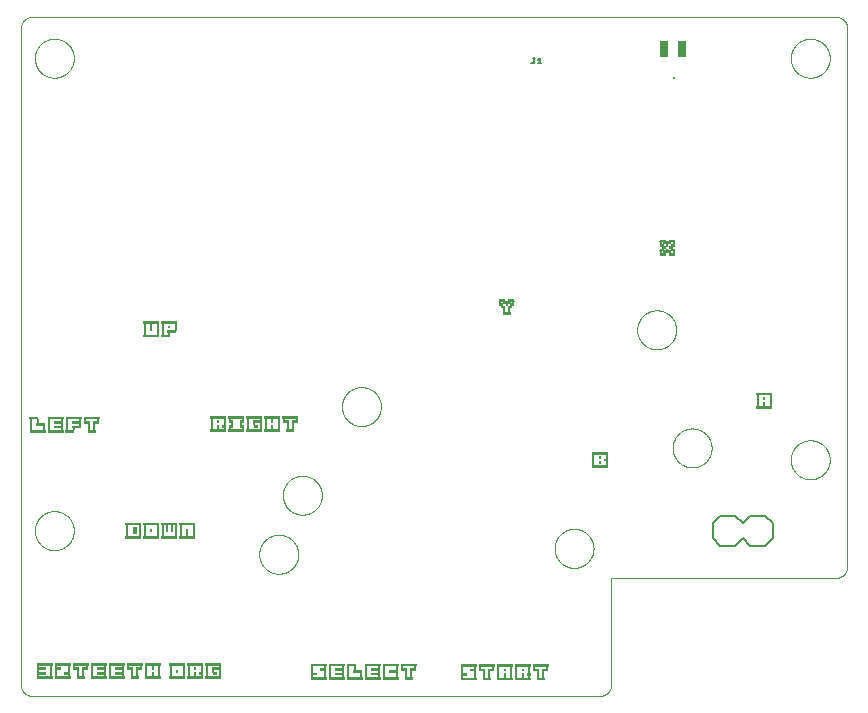
<source format=gto>
G75*
%MOIN*%
%OFA0B0*%
%FSLAX25Y25*%
%IPPOS*%
%LPD*%
%AMOC8*
5,1,8,0,0,1.08239X$1,22.5*
%
%ADD10C,0.00000*%
%ADD11R,0.05200X0.00200*%
%ADD12R,0.02400X0.00200*%
%ADD13R,0.00800X0.00200*%
%ADD14R,0.03000X0.00200*%
%ADD15R,0.02200X0.00200*%
%ADD16R,0.01400X0.00200*%
%ADD17R,0.01600X0.00200*%
%ADD18C,0.00800*%
%ADD19R,0.02559X0.05512*%
%ADD20R,0.00787X0.00787*%
%ADD21C,0.00500*%
D10*
X0005437Y0001500D02*
X0194413Y0001500D01*
X0194537Y0001502D01*
X0194660Y0001508D01*
X0194784Y0001517D01*
X0194906Y0001531D01*
X0195029Y0001548D01*
X0195151Y0001570D01*
X0195272Y0001595D01*
X0195392Y0001624D01*
X0195511Y0001656D01*
X0195630Y0001693D01*
X0195747Y0001733D01*
X0195862Y0001776D01*
X0195977Y0001824D01*
X0196089Y0001875D01*
X0196200Y0001929D01*
X0196310Y0001987D01*
X0196417Y0002048D01*
X0196523Y0002113D01*
X0196626Y0002181D01*
X0196727Y0002252D01*
X0196826Y0002326D01*
X0196923Y0002403D01*
X0197017Y0002484D01*
X0197108Y0002567D01*
X0197197Y0002653D01*
X0197283Y0002742D01*
X0197366Y0002833D01*
X0197447Y0002927D01*
X0197524Y0003024D01*
X0197598Y0003123D01*
X0197669Y0003224D01*
X0197737Y0003327D01*
X0197802Y0003433D01*
X0197863Y0003540D01*
X0197921Y0003650D01*
X0197975Y0003761D01*
X0198026Y0003873D01*
X0198074Y0003988D01*
X0198117Y0004103D01*
X0198157Y0004220D01*
X0198194Y0004339D01*
X0198226Y0004458D01*
X0198255Y0004578D01*
X0198280Y0004699D01*
X0198302Y0004821D01*
X0198319Y0004944D01*
X0198333Y0005066D01*
X0198342Y0005190D01*
X0198348Y0005313D01*
X0198350Y0005437D01*
X0198350Y0040870D01*
X0273154Y0040870D01*
X0273278Y0040872D01*
X0273401Y0040878D01*
X0273525Y0040887D01*
X0273647Y0040901D01*
X0273770Y0040918D01*
X0273892Y0040940D01*
X0274013Y0040965D01*
X0274133Y0040994D01*
X0274252Y0041026D01*
X0274371Y0041063D01*
X0274488Y0041103D01*
X0274603Y0041146D01*
X0274718Y0041194D01*
X0274830Y0041245D01*
X0274941Y0041299D01*
X0275051Y0041357D01*
X0275158Y0041418D01*
X0275264Y0041483D01*
X0275367Y0041551D01*
X0275468Y0041622D01*
X0275567Y0041696D01*
X0275664Y0041773D01*
X0275758Y0041854D01*
X0275849Y0041937D01*
X0275938Y0042023D01*
X0276024Y0042112D01*
X0276107Y0042203D01*
X0276188Y0042297D01*
X0276265Y0042394D01*
X0276339Y0042493D01*
X0276410Y0042594D01*
X0276478Y0042697D01*
X0276543Y0042803D01*
X0276604Y0042910D01*
X0276662Y0043020D01*
X0276716Y0043131D01*
X0276767Y0043243D01*
X0276815Y0043358D01*
X0276858Y0043473D01*
X0276898Y0043590D01*
X0276935Y0043709D01*
X0276967Y0043828D01*
X0276996Y0043948D01*
X0277021Y0044069D01*
X0277043Y0044191D01*
X0277060Y0044314D01*
X0277074Y0044436D01*
X0277083Y0044560D01*
X0277089Y0044683D01*
X0277091Y0044807D01*
X0277091Y0223941D01*
X0277089Y0224065D01*
X0277083Y0224188D01*
X0277074Y0224312D01*
X0277060Y0224434D01*
X0277043Y0224557D01*
X0277021Y0224679D01*
X0276996Y0224800D01*
X0276967Y0224920D01*
X0276935Y0225039D01*
X0276898Y0225158D01*
X0276858Y0225275D01*
X0276815Y0225390D01*
X0276767Y0225505D01*
X0276716Y0225617D01*
X0276662Y0225728D01*
X0276604Y0225838D01*
X0276543Y0225945D01*
X0276478Y0226051D01*
X0276410Y0226154D01*
X0276339Y0226255D01*
X0276265Y0226354D01*
X0276188Y0226451D01*
X0276107Y0226545D01*
X0276024Y0226636D01*
X0275938Y0226725D01*
X0275849Y0226811D01*
X0275758Y0226894D01*
X0275664Y0226975D01*
X0275567Y0227052D01*
X0275468Y0227126D01*
X0275367Y0227197D01*
X0275264Y0227265D01*
X0275158Y0227330D01*
X0275051Y0227391D01*
X0274941Y0227449D01*
X0274830Y0227503D01*
X0274718Y0227554D01*
X0274603Y0227602D01*
X0274488Y0227645D01*
X0274371Y0227685D01*
X0274252Y0227722D01*
X0274133Y0227754D01*
X0274013Y0227783D01*
X0273892Y0227808D01*
X0273770Y0227830D01*
X0273647Y0227847D01*
X0273525Y0227861D01*
X0273401Y0227870D01*
X0273278Y0227876D01*
X0273154Y0227878D01*
X0005437Y0227878D01*
X0005313Y0227876D01*
X0005190Y0227870D01*
X0005066Y0227861D01*
X0004944Y0227847D01*
X0004821Y0227830D01*
X0004699Y0227808D01*
X0004578Y0227783D01*
X0004458Y0227754D01*
X0004339Y0227722D01*
X0004220Y0227685D01*
X0004103Y0227645D01*
X0003988Y0227602D01*
X0003873Y0227554D01*
X0003761Y0227503D01*
X0003650Y0227449D01*
X0003540Y0227391D01*
X0003433Y0227330D01*
X0003327Y0227265D01*
X0003224Y0227197D01*
X0003123Y0227126D01*
X0003024Y0227052D01*
X0002927Y0226975D01*
X0002833Y0226894D01*
X0002742Y0226811D01*
X0002653Y0226725D01*
X0002567Y0226636D01*
X0002484Y0226545D01*
X0002403Y0226451D01*
X0002326Y0226354D01*
X0002252Y0226255D01*
X0002181Y0226154D01*
X0002113Y0226051D01*
X0002048Y0225945D01*
X0001987Y0225838D01*
X0001929Y0225728D01*
X0001875Y0225617D01*
X0001824Y0225505D01*
X0001776Y0225390D01*
X0001733Y0225275D01*
X0001693Y0225158D01*
X0001656Y0225039D01*
X0001624Y0224920D01*
X0001595Y0224800D01*
X0001570Y0224679D01*
X0001548Y0224557D01*
X0001531Y0224434D01*
X0001517Y0224312D01*
X0001508Y0224188D01*
X0001502Y0224065D01*
X0001500Y0223941D01*
X0001500Y0005437D01*
X0001502Y0005313D01*
X0001508Y0005190D01*
X0001517Y0005066D01*
X0001531Y0004944D01*
X0001548Y0004821D01*
X0001570Y0004699D01*
X0001595Y0004578D01*
X0001624Y0004458D01*
X0001656Y0004339D01*
X0001693Y0004220D01*
X0001733Y0004103D01*
X0001776Y0003988D01*
X0001824Y0003873D01*
X0001875Y0003761D01*
X0001929Y0003650D01*
X0001987Y0003540D01*
X0002048Y0003433D01*
X0002113Y0003327D01*
X0002181Y0003224D01*
X0002252Y0003123D01*
X0002326Y0003024D01*
X0002403Y0002927D01*
X0002484Y0002833D01*
X0002567Y0002742D01*
X0002653Y0002653D01*
X0002742Y0002567D01*
X0002833Y0002484D01*
X0002927Y0002403D01*
X0003024Y0002326D01*
X0003123Y0002252D01*
X0003224Y0002181D01*
X0003327Y0002113D01*
X0003433Y0002048D01*
X0003540Y0001987D01*
X0003650Y0001929D01*
X0003761Y0001875D01*
X0003873Y0001824D01*
X0003988Y0001776D01*
X0004103Y0001733D01*
X0004220Y0001693D01*
X0004339Y0001656D01*
X0004458Y0001624D01*
X0004578Y0001595D01*
X0004699Y0001570D01*
X0004821Y0001548D01*
X0004944Y0001531D01*
X0005066Y0001517D01*
X0005190Y0001508D01*
X0005313Y0001502D01*
X0005437Y0001500D01*
X0006220Y0056618D02*
X0006222Y0056779D01*
X0006228Y0056939D01*
X0006238Y0057100D01*
X0006252Y0057260D01*
X0006270Y0057420D01*
X0006291Y0057579D01*
X0006317Y0057738D01*
X0006347Y0057896D01*
X0006380Y0058053D01*
X0006418Y0058210D01*
X0006459Y0058365D01*
X0006504Y0058519D01*
X0006553Y0058672D01*
X0006606Y0058824D01*
X0006662Y0058975D01*
X0006723Y0059124D01*
X0006786Y0059272D01*
X0006854Y0059418D01*
X0006925Y0059562D01*
X0006999Y0059704D01*
X0007077Y0059845D01*
X0007159Y0059983D01*
X0007244Y0060120D01*
X0007332Y0060254D01*
X0007424Y0060386D01*
X0007519Y0060516D01*
X0007617Y0060644D01*
X0007718Y0060769D01*
X0007822Y0060891D01*
X0007929Y0061011D01*
X0008039Y0061128D01*
X0008152Y0061243D01*
X0008268Y0061354D01*
X0008387Y0061463D01*
X0008508Y0061568D01*
X0008632Y0061671D01*
X0008758Y0061771D01*
X0008886Y0061867D01*
X0009017Y0061960D01*
X0009151Y0062050D01*
X0009286Y0062137D01*
X0009424Y0062220D01*
X0009563Y0062300D01*
X0009705Y0062376D01*
X0009848Y0062449D01*
X0009993Y0062518D01*
X0010140Y0062584D01*
X0010288Y0062646D01*
X0010438Y0062704D01*
X0010589Y0062759D01*
X0010742Y0062810D01*
X0010896Y0062857D01*
X0011051Y0062900D01*
X0011207Y0062939D01*
X0011363Y0062975D01*
X0011521Y0063006D01*
X0011679Y0063034D01*
X0011838Y0063058D01*
X0011998Y0063078D01*
X0012158Y0063094D01*
X0012318Y0063106D01*
X0012479Y0063114D01*
X0012640Y0063118D01*
X0012800Y0063118D01*
X0012961Y0063114D01*
X0013122Y0063106D01*
X0013282Y0063094D01*
X0013442Y0063078D01*
X0013602Y0063058D01*
X0013761Y0063034D01*
X0013919Y0063006D01*
X0014077Y0062975D01*
X0014233Y0062939D01*
X0014389Y0062900D01*
X0014544Y0062857D01*
X0014698Y0062810D01*
X0014851Y0062759D01*
X0015002Y0062704D01*
X0015152Y0062646D01*
X0015300Y0062584D01*
X0015447Y0062518D01*
X0015592Y0062449D01*
X0015735Y0062376D01*
X0015877Y0062300D01*
X0016016Y0062220D01*
X0016154Y0062137D01*
X0016289Y0062050D01*
X0016423Y0061960D01*
X0016554Y0061867D01*
X0016682Y0061771D01*
X0016808Y0061671D01*
X0016932Y0061568D01*
X0017053Y0061463D01*
X0017172Y0061354D01*
X0017288Y0061243D01*
X0017401Y0061128D01*
X0017511Y0061011D01*
X0017618Y0060891D01*
X0017722Y0060769D01*
X0017823Y0060644D01*
X0017921Y0060516D01*
X0018016Y0060386D01*
X0018108Y0060254D01*
X0018196Y0060120D01*
X0018281Y0059983D01*
X0018363Y0059845D01*
X0018441Y0059704D01*
X0018515Y0059562D01*
X0018586Y0059418D01*
X0018654Y0059272D01*
X0018717Y0059124D01*
X0018778Y0058975D01*
X0018834Y0058824D01*
X0018887Y0058672D01*
X0018936Y0058519D01*
X0018981Y0058365D01*
X0019022Y0058210D01*
X0019060Y0058053D01*
X0019093Y0057896D01*
X0019123Y0057738D01*
X0019149Y0057579D01*
X0019170Y0057420D01*
X0019188Y0057260D01*
X0019202Y0057100D01*
X0019212Y0056939D01*
X0019218Y0056779D01*
X0019220Y0056618D01*
X0019218Y0056457D01*
X0019212Y0056297D01*
X0019202Y0056136D01*
X0019188Y0055976D01*
X0019170Y0055816D01*
X0019149Y0055657D01*
X0019123Y0055498D01*
X0019093Y0055340D01*
X0019060Y0055183D01*
X0019022Y0055026D01*
X0018981Y0054871D01*
X0018936Y0054717D01*
X0018887Y0054564D01*
X0018834Y0054412D01*
X0018778Y0054261D01*
X0018717Y0054112D01*
X0018654Y0053964D01*
X0018586Y0053818D01*
X0018515Y0053674D01*
X0018441Y0053532D01*
X0018363Y0053391D01*
X0018281Y0053253D01*
X0018196Y0053116D01*
X0018108Y0052982D01*
X0018016Y0052850D01*
X0017921Y0052720D01*
X0017823Y0052592D01*
X0017722Y0052467D01*
X0017618Y0052345D01*
X0017511Y0052225D01*
X0017401Y0052108D01*
X0017288Y0051993D01*
X0017172Y0051882D01*
X0017053Y0051773D01*
X0016932Y0051668D01*
X0016808Y0051565D01*
X0016682Y0051465D01*
X0016554Y0051369D01*
X0016423Y0051276D01*
X0016289Y0051186D01*
X0016154Y0051099D01*
X0016016Y0051016D01*
X0015877Y0050936D01*
X0015735Y0050860D01*
X0015592Y0050787D01*
X0015447Y0050718D01*
X0015300Y0050652D01*
X0015152Y0050590D01*
X0015002Y0050532D01*
X0014851Y0050477D01*
X0014698Y0050426D01*
X0014544Y0050379D01*
X0014389Y0050336D01*
X0014233Y0050297D01*
X0014077Y0050261D01*
X0013919Y0050230D01*
X0013761Y0050202D01*
X0013602Y0050178D01*
X0013442Y0050158D01*
X0013282Y0050142D01*
X0013122Y0050130D01*
X0012961Y0050122D01*
X0012800Y0050118D01*
X0012640Y0050118D01*
X0012479Y0050122D01*
X0012318Y0050130D01*
X0012158Y0050142D01*
X0011998Y0050158D01*
X0011838Y0050178D01*
X0011679Y0050202D01*
X0011521Y0050230D01*
X0011363Y0050261D01*
X0011207Y0050297D01*
X0011051Y0050336D01*
X0010896Y0050379D01*
X0010742Y0050426D01*
X0010589Y0050477D01*
X0010438Y0050532D01*
X0010288Y0050590D01*
X0010140Y0050652D01*
X0009993Y0050718D01*
X0009848Y0050787D01*
X0009705Y0050860D01*
X0009563Y0050936D01*
X0009424Y0051016D01*
X0009286Y0051099D01*
X0009151Y0051186D01*
X0009017Y0051276D01*
X0008886Y0051369D01*
X0008758Y0051465D01*
X0008632Y0051565D01*
X0008508Y0051668D01*
X0008387Y0051773D01*
X0008268Y0051882D01*
X0008152Y0051993D01*
X0008039Y0052108D01*
X0007929Y0052225D01*
X0007822Y0052345D01*
X0007718Y0052467D01*
X0007617Y0052592D01*
X0007519Y0052720D01*
X0007424Y0052850D01*
X0007332Y0052982D01*
X0007244Y0053116D01*
X0007159Y0053253D01*
X0007077Y0053391D01*
X0006999Y0053532D01*
X0006925Y0053674D01*
X0006854Y0053818D01*
X0006786Y0053964D01*
X0006723Y0054112D01*
X0006662Y0054261D01*
X0006606Y0054412D01*
X0006553Y0054564D01*
X0006504Y0054717D01*
X0006459Y0054871D01*
X0006418Y0055026D01*
X0006380Y0055183D01*
X0006347Y0055340D01*
X0006317Y0055498D01*
X0006291Y0055657D01*
X0006270Y0055816D01*
X0006252Y0055976D01*
X0006238Y0056136D01*
X0006228Y0056297D01*
X0006222Y0056457D01*
X0006220Y0056618D01*
X0081024Y0048744D02*
X0081026Y0048905D01*
X0081032Y0049065D01*
X0081042Y0049226D01*
X0081056Y0049386D01*
X0081074Y0049546D01*
X0081095Y0049705D01*
X0081121Y0049864D01*
X0081151Y0050022D01*
X0081184Y0050179D01*
X0081222Y0050336D01*
X0081263Y0050491D01*
X0081308Y0050645D01*
X0081357Y0050798D01*
X0081410Y0050950D01*
X0081466Y0051101D01*
X0081527Y0051250D01*
X0081590Y0051398D01*
X0081658Y0051544D01*
X0081729Y0051688D01*
X0081803Y0051830D01*
X0081881Y0051971D01*
X0081963Y0052109D01*
X0082048Y0052246D01*
X0082136Y0052380D01*
X0082228Y0052512D01*
X0082323Y0052642D01*
X0082421Y0052770D01*
X0082522Y0052895D01*
X0082626Y0053017D01*
X0082733Y0053137D01*
X0082843Y0053254D01*
X0082956Y0053369D01*
X0083072Y0053480D01*
X0083191Y0053589D01*
X0083312Y0053694D01*
X0083436Y0053797D01*
X0083562Y0053897D01*
X0083690Y0053993D01*
X0083821Y0054086D01*
X0083955Y0054176D01*
X0084090Y0054263D01*
X0084228Y0054346D01*
X0084367Y0054426D01*
X0084509Y0054502D01*
X0084652Y0054575D01*
X0084797Y0054644D01*
X0084944Y0054710D01*
X0085092Y0054772D01*
X0085242Y0054830D01*
X0085393Y0054885D01*
X0085546Y0054936D01*
X0085700Y0054983D01*
X0085855Y0055026D01*
X0086011Y0055065D01*
X0086167Y0055101D01*
X0086325Y0055132D01*
X0086483Y0055160D01*
X0086642Y0055184D01*
X0086802Y0055204D01*
X0086962Y0055220D01*
X0087122Y0055232D01*
X0087283Y0055240D01*
X0087444Y0055244D01*
X0087604Y0055244D01*
X0087765Y0055240D01*
X0087926Y0055232D01*
X0088086Y0055220D01*
X0088246Y0055204D01*
X0088406Y0055184D01*
X0088565Y0055160D01*
X0088723Y0055132D01*
X0088881Y0055101D01*
X0089037Y0055065D01*
X0089193Y0055026D01*
X0089348Y0054983D01*
X0089502Y0054936D01*
X0089655Y0054885D01*
X0089806Y0054830D01*
X0089956Y0054772D01*
X0090104Y0054710D01*
X0090251Y0054644D01*
X0090396Y0054575D01*
X0090539Y0054502D01*
X0090681Y0054426D01*
X0090820Y0054346D01*
X0090958Y0054263D01*
X0091093Y0054176D01*
X0091227Y0054086D01*
X0091358Y0053993D01*
X0091486Y0053897D01*
X0091612Y0053797D01*
X0091736Y0053694D01*
X0091857Y0053589D01*
X0091976Y0053480D01*
X0092092Y0053369D01*
X0092205Y0053254D01*
X0092315Y0053137D01*
X0092422Y0053017D01*
X0092526Y0052895D01*
X0092627Y0052770D01*
X0092725Y0052642D01*
X0092820Y0052512D01*
X0092912Y0052380D01*
X0093000Y0052246D01*
X0093085Y0052109D01*
X0093167Y0051971D01*
X0093245Y0051830D01*
X0093319Y0051688D01*
X0093390Y0051544D01*
X0093458Y0051398D01*
X0093521Y0051250D01*
X0093582Y0051101D01*
X0093638Y0050950D01*
X0093691Y0050798D01*
X0093740Y0050645D01*
X0093785Y0050491D01*
X0093826Y0050336D01*
X0093864Y0050179D01*
X0093897Y0050022D01*
X0093927Y0049864D01*
X0093953Y0049705D01*
X0093974Y0049546D01*
X0093992Y0049386D01*
X0094006Y0049226D01*
X0094016Y0049065D01*
X0094022Y0048905D01*
X0094024Y0048744D01*
X0094022Y0048583D01*
X0094016Y0048423D01*
X0094006Y0048262D01*
X0093992Y0048102D01*
X0093974Y0047942D01*
X0093953Y0047783D01*
X0093927Y0047624D01*
X0093897Y0047466D01*
X0093864Y0047309D01*
X0093826Y0047152D01*
X0093785Y0046997D01*
X0093740Y0046843D01*
X0093691Y0046690D01*
X0093638Y0046538D01*
X0093582Y0046387D01*
X0093521Y0046238D01*
X0093458Y0046090D01*
X0093390Y0045944D01*
X0093319Y0045800D01*
X0093245Y0045658D01*
X0093167Y0045517D01*
X0093085Y0045379D01*
X0093000Y0045242D01*
X0092912Y0045108D01*
X0092820Y0044976D01*
X0092725Y0044846D01*
X0092627Y0044718D01*
X0092526Y0044593D01*
X0092422Y0044471D01*
X0092315Y0044351D01*
X0092205Y0044234D01*
X0092092Y0044119D01*
X0091976Y0044008D01*
X0091857Y0043899D01*
X0091736Y0043794D01*
X0091612Y0043691D01*
X0091486Y0043591D01*
X0091358Y0043495D01*
X0091227Y0043402D01*
X0091093Y0043312D01*
X0090958Y0043225D01*
X0090820Y0043142D01*
X0090681Y0043062D01*
X0090539Y0042986D01*
X0090396Y0042913D01*
X0090251Y0042844D01*
X0090104Y0042778D01*
X0089956Y0042716D01*
X0089806Y0042658D01*
X0089655Y0042603D01*
X0089502Y0042552D01*
X0089348Y0042505D01*
X0089193Y0042462D01*
X0089037Y0042423D01*
X0088881Y0042387D01*
X0088723Y0042356D01*
X0088565Y0042328D01*
X0088406Y0042304D01*
X0088246Y0042284D01*
X0088086Y0042268D01*
X0087926Y0042256D01*
X0087765Y0042248D01*
X0087604Y0042244D01*
X0087444Y0042244D01*
X0087283Y0042248D01*
X0087122Y0042256D01*
X0086962Y0042268D01*
X0086802Y0042284D01*
X0086642Y0042304D01*
X0086483Y0042328D01*
X0086325Y0042356D01*
X0086167Y0042387D01*
X0086011Y0042423D01*
X0085855Y0042462D01*
X0085700Y0042505D01*
X0085546Y0042552D01*
X0085393Y0042603D01*
X0085242Y0042658D01*
X0085092Y0042716D01*
X0084944Y0042778D01*
X0084797Y0042844D01*
X0084652Y0042913D01*
X0084509Y0042986D01*
X0084367Y0043062D01*
X0084228Y0043142D01*
X0084090Y0043225D01*
X0083955Y0043312D01*
X0083821Y0043402D01*
X0083690Y0043495D01*
X0083562Y0043591D01*
X0083436Y0043691D01*
X0083312Y0043794D01*
X0083191Y0043899D01*
X0083072Y0044008D01*
X0082956Y0044119D01*
X0082843Y0044234D01*
X0082733Y0044351D01*
X0082626Y0044471D01*
X0082522Y0044593D01*
X0082421Y0044718D01*
X0082323Y0044846D01*
X0082228Y0044976D01*
X0082136Y0045108D01*
X0082048Y0045242D01*
X0081963Y0045379D01*
X0081881Y0045517D01*
X0081803Y0045658D01*
X0081729Y0045800D01*
X0081658Y0045944D01*
X0081590Y0046090D01*
X0081527Y0046238D01*
X0081466Y0046387D01*
X0081410Y0046538D01*
X0081357Y0046690D01*
X0081308Y0046843D01*
X0081263Y0046997D01*
X0081222Y0047152D01*
X0081184Y0047309D01*
X0081151Y0047466D01*
X0081121Y0047624D01*
X0081095Y0047783D01*
X0081074Y0047942D01*
X0081056Y0048102D01*
X0081042Y0048262D01*
X0081032Y0048423D01*
X0081026Y0048583D01*
X0081024Y0048744D01*
X0088898Y0068429D02*
X0088900Y0068590D01*
X0088906Y0068750D01*
X0088916Y0068911D01*
X0088930Y0069071D01*
X0088948Y0069231D01*
X0088969Y0069390D01*
X0088995Y0069549D01*
X0089025Y0069707D01*
X0089058Y0069864D01*
X0089096Y0070021D01*
X0089137Y0070176D01*
X0089182Y0070330D01*
X0089231Y0070483D01*
X0089284Y0070635D01*
X0089340Y0070786D01*
X0089401Y0070935D01*
X0089464Y0071083D01*
X0089532Y0071229D01*
X0089603Y0071373D01*
X0089677Y0071515D01*
X0089755Y0071656D01*
X0089837Y0071794D01*
X0089922Y0071931D01*
X0090010Y0072065D01*
X0090102Y0072197D01*
X0090197Y0072327D01*
X0090295Y0072455D01*
X0090396Y0072580D01*
X0090500Y0072702D01*
X0090607Y0072822D01*
X0090717Y0072939D01*
X0090830Y0073054D01*
X0090946Y0073165D01*
X0091065Y0073274D01*
X0091186Y0073379D01*
X0091310Y0073482D01*
X0091436Y0073582D01*
X0091564Y0073678D01*
X0091695Y0073771D01*
X0091829Y0073861D01*
X0091964Y0073948D01*
X0092102Y0074031D01*
X0092241Y0074111D01*
X0092383Y0074187D01*
X0092526Y0074260D01*
X0092671Y0074329D01*
X0092818Y0074395D01*
X0092966Y0074457D01*
X0093116Y0074515D01*
X0093267Y0074570D01*
X0093420Y0074621D01*
X0093574Y0074668D01*
X0093729Y0074711D01*
X0093885Y0074750D01*
X0094041Y0074786D01*
X0094199Y0074817D01*
X0094357Y0074845D01*
X0094516Y0074869D01*
X0094676Y0074889D01*
X0094836Y0074905D01*
X0094996Y0074917D01*
X0095157Y0074925D01*
X0095318Y0074929D01*
X0095478Y0074929D01*
X0095639Y0074925D01*
X0095800Y0074917D01*
X0095960Y0074905D01*
X0096120Y0074889D01*
X0096280Y0074869D01*
X0096439Y0074845D01*
X0096597Y0074817D01*
X0096755Y0074786D01*
X0096911Y0074750D01*
X0097067Y0074711D01*
X0097222Y0074668D01*
X0097376Y0074621D01*
X0097529Y0074570D01*
X0097680Y0074515D01*
X0097830Y0074457D01*
X0097978Y0074395D01*
X0098125Y0074329D01*
X0098270Y0074260D01*
X0098413Y0074187D01*
X0098555Y0074111D01*
X0098694Y0074031D01*
X0098832Y0073948D01*
X0098967Y0073861D01*
X0099101Y0073771D01*
X0099232Y0073678D01*
X0099360Y0073582D01*
X0099486Y0073482D01*
X0099610Y0073379D01*
X0099731Y0073274D01*
X0099850Y0073165D01*
X0099966Y0073054D01*
X0100079Y0072939D01*
X0100189Y0072822D01*
X0100296Y0072702D01*
X0100400Y0072580D01*
X0100501Y0072455D01*
X0100599Y0072327D01*
X0100694Y0072197D01*
X0100786Y0072065D01*
X0100874Y0071931D01*
X0100959Y0071794D01*
X0101041Y0071656D01*
X0101119Y0071515D01*
X0101193Y0071373D01*
X0101264Y0071229D01*
X0101332Y0071083D01*
X0101395Y0070935D01*
X0101456Y0070786D01*
X0101512Y0070635D01*
X0101565Y0070483D01*
X0101614Y0070330D01*
X0101659Y0070176D01*
X0101700Y0070021D01*
X0101738Y0069864D01*
X0101771Y0069707D01*
X0101801Y0069549D01*
X0101827Y0069390D01*
X0101848Y0069231D01*
X0101866Y0069071D01*
X0101880Y0068911D01*
X0101890Y0068750D01*
X0101896Y0068590D01*
X0101898Y0068429D01*
X0101896Y0068268D01*
X0101890Y0068108D01*
X0101880Y0067947D01*
X0101866Y0067787D01*
X0101848Y0067627D01*
X0101827Y0067468D01*
X0101801Y0067309D01*
X0101771Y0067151D01*
X0101738Y0066994D01*
X0101700Y0066837D01*
X0101659Y0066682D01*
X0101614Y0066528D01*
X0101565Y0066375D01*
X0101512Y0066223D01*
X0101456Y0066072D01*
X0101395Y0065923D01*
X0101332Y0065775D01*
X0101264Y0065629D01*
X0101193Y0065485D01*
X0101119Y0065343D01*
X0101041Y0065202D01*
X0100959Y0065064D01*
X0100874Y0064927D01*
X0100786Y0064793D01*
X0100694Y0064661D01*
X0100599Y0064531D01*
X0100501Y0064403D01*
X0100400Y0064278D01*
X0100296Y0064156D01*
X0100189Y0064036D01*
X0100079Y0063919D01*
X0099966Y0063804D01*
X0099850Y0063693D01*
X0099731Y0063584D01*
X0099610Y0063479D01*
X0099486Y0063376D01*
X0099360Y0063276D01*
X0099232Y0063180D01*
X0099101Y0063087D01*
X0098967Y0062997D01*
X0098832Y0062910D01*
X0098694Y0062827D01*
X0098555Y0062747D01*
X0098413Y0062671D01*
X0098270Y0062598D01*
X0098125Y0062529D01*
X0097978Y0062463D01*
X0097830Y0062401D01*
X0097680Y0062343D01*
X0097529Y0062288D01*
X0097376Y0062237D01*
X0097222Y0062190D01*
X0097067Y0062147D01*
X0096911Y0062108D01*
X0096755Y0062072D01*
X0096597Y0062041D01*
X0096439Y0062013D01*
X0096280Y0061989D01*
X0096120Y0061969D01*
X0095960Y0061953D01*
X0095800Y0061941D01*
X0095639Y0061933D01*
X0095478Y0061929D01*
X0095318Y0061929D01*
X0095157Y0061933D01*
X0094996Y0061941D01*
X0094836Y0061953D01*
X0094676Y0061969D01*
X0094516Y0061989D01*
X0094357Y0062013D01*
X0094199Y0062041D01*
X0094041Y0062072D01*
X0093885Y0062108D01*
X0093729Y0062147D01*
X0093574Y0062190D01*
X0093420Y0062237D01*
X0093267Y0062288D01*
X0093116Y0062343D01*
X0092966Y0062401D01*
X0092818Y0062463D01*
X0092671Y0062529D01*
X0092526Y0062598D01*
X0092383Y0062671D01*
X0092241Y0062747D01*
X0092102Y0062827D01*
X0091964Y0062910D01*
X0091829Y0062997D01*
X0091695Y0063087D01*
X0091564Y0063180D01*
X0091436Y0063276D01*
X0091310Y0063376D01*
X0091186Y0063479D01*
X0091065Y0063584D01*
X0090946Y0063693D01*
X0090830Y0063804D01*
X0090717Y0063919D01*
X0090607Y0064036D01*
X0090500Y0064156D01*
X0090396Y0064278D01*
X0090295Y0064403D01*
X0090197Y0064531D01*
X0090102Y0064661D01*
X0090010Y0064793D01*
X0089922Y0064927D01*
X0089837Y0065064D01*
X0089755Y0065202D01*
X0089677Y0065343D01*
X0089603Y0065485D01*
X0089532Y0065629D01*
X0089464Y0065775D01*
X0089401Y0065923D01*
X0089340Y0066072D01*
X0089284Y0066223D01*
X0089231Y0066375D01*
X0089182Y0066528D01*
X0089137Y0066682D01*
X0089096Y0066837D01*
X0089058Y0066994D01*
X0089025Y0067151D01*
X0088995Y0067309D01*
X0088969Y0067468D01*
X0088948Y0067627D01*
X0088930Y0067787D01*
X0088916Y0067947D01*
X0088906Y0068108D01*
X0088900Y0068268D01*
X0088898Y0068429D01*
X0108583Y0097957D02*
X0108585Y0098118D01*
X0108591Y0098278D01*
X0108601Y0098439D01*
X0108615Y0098599D01*
X0108633Y0098759D01*
X0108654Y0098918D01*
X0108680Y0099077D01*
X0108710Y0099235D01*
X0108743Y0099392D01*
X0108781Y0099549D01*
X0108822Y0099704D01*
X0108867Y0099858D01*
X0108916Y0100011D01*
X0108969Y0100163D01*
X0109025Y0100314D01*
X0109086Y0100463D01*
X0109149Y0100611D01*
X0109217Y0100757D01*
X0109288Y0100901D01*
X0109362Y0101043D01*
X0109440Y0101184D01*
X0109522Y0101322D01*
X0109607Y0101459D01*
X0109695Y0101593D01*
X0109787Y0101725D01*
X0109882Y0101855D01*
X0109980Y0101983D01*
X0110081Y0102108D01*
X0110185Y0102230D01*
X0110292Y0102350D01*
X0110402Y0102467D01*
X0110515Y0102582D01*
X0110631Y0102693D01*
X0110750Y0102802D01*
X0110871Y0102907D01*
X0110995Y0103010D01*
X0111121Y0103110D01*
X0111249Y0103206D01*
X0111380Y0103299D01*
X0111514Y0103389D01*
X0111649Y0103476D01*
X0111787Y0103559D01*
X0111926Y0103639D01*
X0112068Y0103715D01*
X0112211Y0103788D01*
X0112356Y0103857D01*
X0112503Y0103923D01*
X0112651Y0103985D01*
X0112801Y0104043D01*
X0112952Y0104098D01*
X0113105Y0104149D01*
X0113259Y0104196D01*
X0113414Y0104239D01*
X0113570Y0104278D01*
X0113726Y0104314D01*
X0113884Y0104345D01*
X0114042Y0104373D01*
X0114201Y0104397D01*
X0114361Y0104417D01*
X0114521Y0104433D01*
X0114681Y0104445D01*
X0114842Y0104453D01*
X0115003Y0104457D01*
X0115163Y0104457D01*
X0115324Y0104453D01*
X0115485Y0104445D01*
X0115645Y0104433D01*
X0115805Y0104417D01*
X0115965Y0104397D01*
X0116124Y0104373D01*
X0116282Y0104345D01*
X0116440Y0104314D01*
X0116596Y0104278D01*
X0116752Y0104239D01*
X0116907Y0104196D01*
X0117061Y0104149D01*
X0117214Y0104098D01*
X0117365Y0104043D01*
X0117515Y0103985D01*
X0117663Y0103923D01*
X0117810Y0103857D01*
X0117955Y0103788D01*
X0118098Y0103715D01*
X0118240Y0103639D01*
X0118379Y0103559D01*
X0118517Y0103476D01*
X0118652Y0103389D01*
X0118786Y0103299D01*
X0118917Y0103206D01*
X0119045Y0103110D01*
X0119171Y0103010D01*
X0119295Y0102907D01*
X0119416Y0102802D01*
X0119535Y0102693D01*
X0119651Y0102582D01*
X0119764Y0102467D01*
X0119874Y0102350D01*
X0119981Y0102230D01*
X0120085Y0102108D01*
X0120186Y0101983D01*
X0120284Y0101855D01*
X0120379Y0101725D01*
X0120471Y0101593D01*
X0120559Y0101459D01*
X0120644Y0101322D01*
X0120726Y0101184D01*
X0120804Y0101043D01*
X0120878Y0100901D01*
X0120949Y0100757D01*
X0121017Y0100611D01*
X0121080Y0100463D01*
X0121141Y0100314D01*
X0121197Y0100163D01*
X0121250Y0100011D01*
X0121299Y0099858D01*
X0121344Y0099704D01*
X0121385Y0099549D01*
X0121423Y0099392D01*
X0121456Y0099235D01*
X0121486Y0099077D01*
X0121512Y0098918D01*
X0121533Y0098759D01*
X0121551Y0098599D01*
X0121565Y0098439D01*
X0121575Y0098278D01*
X0121581Y0098118D01*
X0121583Y0097957D01*
X0121581Y0097796D01*
X0121575Y0097636D01*
X0121565Y0097475D01*
X0121551Y0097315D01*
X0121533Y0097155D01*
X0121512Y0096996D01*
X0121486Y0096837D01*
X0121456Y0096679D01*
X0121423Y0096522D01*
X0121385Y0096365D01*
X0121344Y0096210D01*
X0121299Y0096056D01*
X0121250Y0095903D01*
X0121197Y0095751D01*
X0121141Y0095600D01*
X0121080Y0095451D01*
X0121017Y0095303D01*
X0120949Y0095157D01*
X0120878Y0095013D01*
X0120804Y0094871D01*
X0120726Y0094730D01*
X0120644Y0094592D01*
X0120559Y0094455D01*
X0120471Y0094321D01*
X0120379Y0094189D01*
X0120284Y0094059D01*
X0120186Y0093931D01*
X0120085Y0093806D01*
X0119981Y0093684D01*
X0119874Y0093564D01*
X0119764Y0093447D01*
X0119651Y0093332D01*
X0119535Y0093221D01*
X0119416Y0093112D01*
X0119295Y0093007D01*
X0119171Y0092904D01*
X0119045Y0092804D01*
X0118917Y0092708D01*
X0118786Y0092615D01*
X0118652Y0092525D01*
X0118517Y0092438D01*
X0118379Y0092355D01*
X0118240Y0092275D01*
X0118098Y0092199D01*
X0117955Y0092126D01*
X0117810Y0092057D01*
X0117663Y0091991D01*
X0117515Y0091929D01*
X0117365Y0091871D01*
X0117214Y0091816D01*
X0117061Y0091765D01*
X0116907Y0091718D01*
X0116752Y0091675D01*
X0116596Y0091636D01*
X0116440Y0091600D01*
X0116282Y0091569D01*
X0116124Y0091541D01*
X0115965Y0091517D01*
X0115805Y0091497D01*
X0115645Y0091481D01*
X0115485Y0091469D01*
X0115324Y0091461D01*
X0115163Y0091457D01*
X0115003Y0091457D01*
X0114842Y0091461D01*
X0114681Y0091469D01*
X0114521Y0091481D01*
X0114361Y0091497D01*
X0114201Y0091517D01*
X0114042Y0091541D01*
X0113884Y0091569D01*
X0113726Y0091600D01*
X0113570Y0091636D01*
X0113414Y0091675D01*
X0113259Y0091718D01*
X0113105Y0091765D01*
X0112952Y0091816D01*
X0112801Y0091871D01*
X0112651Y0091929D01*
X0112503Y0091991D01*
X0112356Y0092057D01*
X0112211Y0092126D01*
X0112068Y0092199D01*
X0111926Y0092275D01*
X0111787Y0092355D01*
X0111649Y0092438D01*
X0111514Y0092525D01*
X0111380Y0092615D01*
X0111249Y0092708D01*
X0111121Y0092804D01*
X0110995Y0092904D01*
X0110871Y0093007D01*
X0110750Y0093112D01*
X0110631Y0093221D01*
X0110515Y0093332D01*
X0110402Y0093447D01*
X0110292Y0093564D01*
X0110185Y0093684D01*
X0110081Y0093806D01*
X0109980Y0093931D01*
X0109882Y0094059D01*
X0109787Y0094189D01*
X0109695Y0094321D01*
X0109607Y0094455D01*
X0109522Y0094592D01*
X0109440Y0094730D01*
X0109362Y0094871D01*
X0109288Y0095013D01*
X0109217Y0095157D01*
X0109149Y0095303D01*
X0109086Y0095451D01*
X0109025Y0095600D01*
X0108969Y0095751D01*
X0108916Y0095903D01*
X0108867Y0096056D01*
X0108822Y0096210D01*
X0108781Y0096365D01*
X0108743Y0096522D01*
X0108710Y0096679D01*
X0108680Y0096837D01*
X0108654Y0096996D01*
X0108633Y0097155D01*
X0108615Y0097315D01*
X0108601Y0097475D01*
X0108591Y0097636D01*
X0108585Y0097796D01*
X0108583Y0097957D01*
X0179449Y0050713D02*
X0179451Y0050874D01*
X0179457Y0051034D01*
X0179467Y0051195D01*
X0179481Y0051355D01*
X0179499Y0051515D01*
X0179520Y0051674D01*
X0179546Y0051833D01*
X0179576Y0051991D01*
X0179609Y0052148D01*
X0179647Y0052305D01*
X0179688Y0052460D01*
X0179733Y0052614D01*
X0179782Y0052767D01*
X0179835Y0052919D01*
X0179891Y0053070D01*
X0179952Y0053219D01*
X0180015Y0053367D01*
X0180083Y0053513D01*
X0180154Y0053657D01*
X0180228Y0053799D01*
X0180306Y0053940D01*
X0180388Y0054078D01*
X0180473Y0054215D01*
X0180561Y0054349D01*
X0180653Y0054481D01*
X0180748Y0054611D01*
X0180846Y0054739D01*
X0180947Y0054864D01*
X0181051Y0054986D01*
X0181158Y0055106D01*
X0181268Y0055223D01*
X0181381Y0055338D01*
X0181497Y0055449D01*
X0181616Y0055558D01*
X0181737Y0055663D01*
X0181861Y0055766D01*
X0181987Y0055866D01*
X0182115Y0055962D01*
X0182246Y0056055D01*
X0182380Y0056145D01*
X0182515Y0056232D01*
X0182653Y0056315D01*
X0182792Y0056395D01*
X0182934Y0056471D01*
X0183077Y0056544D01*
X0183222Y0056613D01*
X0183369Y0056679D01*
X0183517Y0056741D01*
X0183667Y0056799D01*
X0183818Y0056854D01*
X0183971Y0056905D01*
X0184125Y0056952D01*
X0184280Y0056995D01*
X0184436Y0057034D01*
X0184592Y0057070D01*
X0184750Y0057101D01*
X0184908Y0057129D01*
X0185067Y0057153D01*
X0185227Y0057173D01*
X0185387Y0057189D01*
X0185547Y0057201D01*
X0185708Y0057209D01*
X0185869Y0057213D01*
X0186029Y0057213D01*
X0186190Y0057209D01*
X0186351Y0057201D01*
X0186511Y0057189D01*
X0186671Y0057173D01*
X0186831Y0057153D01*
X0186990Y0057129D01*
X0187148Y0057101D01*
X0187306Y0057070D01*
X0187462Y0057034D01*
X0187618Y0056995D01*
X0187773Y0056952D01*
X0187927Y0056905D01*
X0188080Y0056854D01*
X0188231Y0056799D01*
X0188381Y0056741D01*
X0188529Y0056679D01*
X0188676Y0056613D01*
X0188821Y0056544D01*
X0188964Y0056471D01*
X0189106Y0056395D01*
X0189245Y0056315D01*
X0189383Y0056232D01*
X0189518Y0056145D01*
X0189652Y0056055D01*
X0189783Y0055962D01*
X0189911Y0055866D01*
X0190037Y0055766D01*
X0190161Y0055663D01*
X0190282Y0055558D01*
X0190401Y0055449D01*
X0190517Y0055338D01*
X0190630Y0055223D01*
X0190740Y0055106D01*
X0190847Y0054986D01*
X0190951Y0054864D01*
X0191052Y0054739D01*
X0191150Y0054611D01*
X0191245Y0054481D01*
X0191337Y0054349D01*
X0191425Y0054215D01*
X0191510Y0054078D01*
X0191592Y0053940D01*
X0191670Y0053799D01*
X0191744Y0053657D01*
X0191815Y0053513D01*
X0191883Y0053367D01*
X0191946Y0053219D01*
X0192007Y0053070D01*
X0192063Y0052919D01*
X0192116Y0052767D01*
X0192165Y0052614D01*
X0192210Y0052460D01*
X0192251Y0052305D01*
X0192289Y0052148D01*
X0192322Y0051991D01*
X0192352Y0051833D01*
X0192378Y0051674D01*
X0192399Y0051515D01*
X0192417Y0051355D01*
X0192431Y0051195D01*
X0192441Y0051034D01*
X0192447Y0050874D01*
X0192449Y0050713D01*
X0192447Y0050552D01*
X0192441Y0050392D01*
X0192431Y0050231D01*
X0192417Y0050071D01*
X0192399Y0049911D01*
X0192378Y0049752D01*
X0192352Y0049593D01*
X0192322Y0049435D01*
X0192289Y0049278D01*
X0192251Y0049121D01*
X0192210Y0048966D01*
X0192165Y0048812D01*
X0192116Y0048659D01*
X0192063Y0048507D01*
X0192007Y0048356D01*
X0191946Y0048207D01*
X0191883Y0048059D01*
X0191815Y0047913D01*
X0191744Y0047769D01*
X0191670Y0047627D01*
X0191592Y0047486D01*
X0191510Y0047348D01*
X0191425Y0047211D01*
X0191337Y0047077D01*
X0191245Y0046945D01*
X0191150Y0046815D01*
X0191052Y0046687D01*
X0190951Y0046562D01*
X0190847Y0046440D01*
X0190740Y0046320D01*
X0190630Y0046203D01*
X0190517Y0046088D01*
X0190401Y0045977D01*
X0190282Y0045868D01*
X0190161Y0045763D01*
X0190037Y0045660D01*
X0189911Y0045560D01*
X0189783Y0045464D01*
X0189652Y0045371D01*
X0189518Y0045281D01*
X0189383Y0045194D01*
X0189245Y0045111D01*
X0189106Y0045031D01*
X0188964Y0044955D01*
X0188821Y0044882D01*
X0188676Y0044813D01*
X0188529Y0044747D01*
X0188381Y0044685D01*
X0188231Y0044627D01*
X0188080Y0044572D01*
X0187927Y0044521D01*
X0187773Y0044474D01*
X0187618Y0044431D01*
X0187462Y0044392D01*
X0187306Y0044356D01*
X0187148Y0044325D01*
X0186990Y0044297D01*
X0186831Y0044273D01*
X0186671Y0044253D01*
X0186511Y0044237D01*
X0186351Y0044225D01*
X0186190Y0044217D01*
X0186029Y0044213D01*
X0185869Y0044213D01*
X0185708Y0044217D01*
X0185547Y0044225D01*
X0185387Y0044237D01*
X0185227Y0044253D01*
X0185067Y0044273D01*
X0184908Y0044297D01*
X0184750Y0044325D01*
X0184592Y0044356D01*
X0184436Y0044392D01*
X0184280Y0044431D01*
X0184125Y0044474D01*
X0183971Y0044521D01*
X0183818Y0044572D01*
X0183667Y0044627D01*
X0183517Y0044685D01*
X0183369Y0044747D01*
X0183222Y0044813D01*
X0183077Y0044882D01*
X0182934Y0044955D01*
X0182792Y0045031D01*
X0182653Y0045111D01*
X0182515Y0045194D01*
X0182380Y0045281D01*
X0182246Y0045371D01*
X0182115Y0045464D01*
X0181987Y0045560D01*
X0181861Y0045660D01*
X0181737Y0045763D01*
X0181616Y0045868D01*
X0181497Y0045977D01*
X0181381Y0046088D01*
X0181268Y0046203D01*
X0181158Y0046320D01*
X0181051Y0046440D01*
X0180947Y0046562D01*
X0180846Y0046687D01*
X0180748Y0046815D01*
X0180653Y0046945D01*
X0180561Y0047077D01*
X0180473Y0047211D01*
X0180388Y0047348D01*
X0180306Y0047486D01*
X0180228Y0047627D01*
X0180154Y0047769D01*
X0180083Y0047913D01*
X0180015Y0048059D01*
X0179952Y0048207D01*
X0179891Y0048356D01*
X0179835Y0048507D01*
X0179782Y0048659D01*
X0179733Y0048812D01*
X0179688Y0048966D01*
X0179647Y0049121D01*
X0179609Y0049278D01*
X0179576Y0049435D01*
X0179546Y0049593D01*
X0179520Y0049752D01*
X0179499Y0049911D01*
X0179481Y0050071D01*
X0179467Y0050231D01*
X0179457Y0050392D01*
X0179451Y0050552D01*
X0179449Y0050713D01*
X0218819Y0084177D02*
X0218821Y0084338D01*
X0218827Y0084498D01*
X0218837Y0084659D01*
X0218851Y0084819D01*
X0218869Y0084979D01*
X0218890Y0085138D01*
X0218916Y0085297D01*
X0218946Y0085455D01*
X0218979Y0085612D01*
X0219017Y0085769D01*
X0219058Y0085924D01*
X0219103Y0086078D01*
X0219152Y0086231D01*
X0219205Y0086383D01*
X0219261Y0086534D01*
X0219322Y0086683D01*
X0219385Y0086831D01*
X0219453Y0086977D01*
X0219524Y0087121D01*
X0219598Y0087263D01*
X0219676Y0087404D01*
X0219758Y0087542D01*
X0219843Y0087679D01*
X0219931Y0087813D01*
X0220023Y0087945D01*
X0220118Y0088075D01*
X0220216Y0088203D01*
X0220317Y0088328D01*
X0220421Y0088450D01*
X0220528Y0088570D01*
X0220638Y0088687D01*
X0220751Y0088802D01*
X0220867Y0088913D01*
X0220986Y0089022D01*
X0221107Y0089127D01*
X0221231Y0089230D01*
X0221357Y0089330D01*
X0221485Y0089426D01*
X0221616Y0089519D01*
X0221750Y0089609D01*
X0221885Y0089696D01*
X0222023Y0089779D01*
X0222162Y0089859D01*
X0222304Y0089935D01*
X0222447Y0090008D01*
X0222592Y0090077D01*
X0222739Y0090143D01*
X0222887Y0090205D01*
X0223037Y0090263D01*
X0223188Y0090318D01*
X0223341Y0090369D01*
X0223495Y0090416D01*
X0223650Y0090459D01*
X0223806Y0090498D01*
X0223962Y0090534D01*
X0224120Y0090565D01*
X0224278Y0090593D01*
X0224437Y0090617D01*
X0224597Y0090637D01*
X0224757Y0090653D01*
X0224917Y0090665D01*
X0225078Y0090673D01*
X0225239Y0090677D01*
X0225399Y0090677D01*
X0225560Y0090673D01*
X0225721Y0090665D01*
X0225881Y0090653D01*
X0226041Y0090637D01*
X0226201Y0090617D01*
X0226360Y0090593D01*
X0226518Y0090565D01*
X0226676Y0090534D01*
X0226832Y0090498D01*
X0226988Y0090459D01*
X0227143Y0090416D01*
X0227297Y0090369D01*
X0227450Y0090318D01*
X0227601Y0090263D01*
X0227751Y0090205D01*
X0227899Y0090143D01*
X0228046Y0090077D01*
X0228191Y0090008D01*
X0228334Y0089935D01*
X0228476Y0089859D01*
X0228615Y0089779D01*
X0228753Y0089696D01*
X0228888Y0089609D01*
X0229022Y0089519D01*
X0229153Y0089426D01*
X0229281Y0089330D01*
X0229407Y0089230D01*
X0229531Y0089127D01*
X0229652Y0089022D01*
X0229771Y0088913D01*
X0229887Y0088802D01*
X0230000Y0088687D01*
X0230110Y0088570D01*
X0230217Y0088450D01*
X0230321Y0088328D01*
X0230422Y0088203D01*
X0230520Y0088075D01*
X0230615Y0087945D01*
X0230707Y0087813D01*
X0230795Y0087679D01*
X0230880Y0087542D01*
X0230962Y0087404D01*
X0231040Y0087263D01*
X0231114Y0087121D01*
X0231185Y0086977D01*
X0231253Y0086831D01*
X0231316Y0086683D01*
X0231377Y0086534D01*
X0231433Y0086383D01*
X0231486Y0086231D01*
X0231535Y0086078D01*
X0231580Y0085924D01*
X0231621Y0085769D01*
X0231659Y0085612D01*
X0231692Y0085455D01*
X0231722Y0085297D01*
X0231748Y0085138D01*
X0231769Y0084979D01*
X0231787Y0084819D01*
X0231801Y0084659D01*
X0231811Y0084498D01*
X0231817Y0084338D01*
X0231819Y0084177D01*
X0231817Y0084016D01*
X0231811Y0083856D01*
X0231801Y0083695D01*
X0231787Y0083535D01*
X0231769Y0083375D01*
X0231748Y0083216D01*
X0231722Y0083057D01*
X0231692Y0082899D01*
X0231659Y0082742D01*
X0231621Y0082585D01*
X0231580Y0082430D01*
X0231535Y0082276D01*
X0231486Y0082123D01*
X0231433Y0081971D01*
X0231377Y0081820D01*
X0231316Y0081671D01*
X0231253Y0081523D01*
X0231185Y0081377D01*
X0231114Y0081233D01*
X0231040Y0081091D01*
X0230962Y0080950D01*
X0230880Y0080812D01*
X0230795Y0080675D01*
X0230707Y0080541D01*
X0230615Y0080409D01*
X0230520Y0080279D01*
X0230422Y0080151D01*
X0230321Y0080026D01*
X0230217Y0079904D01*
X0230110Y0079784D01*
X0230000Y0079667D01*
X0229887Y0079552D01*
X0229771Y0079441D01*
X0229652Y0079332D01*
X0229531Y0079227D01*
X0229407Y0079124D01*
X0229281Y0079024D01*
X0229153Y0078928D01*
X0229022Y0078835D01*
X0228888Y0078745D01*
X0228753Y0078658D01*
X0228615Y0078575D01*
X0228476Y0078495D01*
X0228334Y0078419D01*
X0228191Y0078346D01*
X0228046Y0078277D01*
X0227899Y0078211D01*
X0227751Y0078149D01*
X0227601Y0078091D01*
X0227450Y0078036D01*
X0227297Y0077985D01*
X0227143Y0077938D01*
X0226988Y0077895D01*
X0226832Y0077856D01*
X0226676Y0077820D01*
X0226518Y0077789D01*
X0226360Y0077761D01*
X0226201Y0077737D01*
X0226041Y0077717D01*
X0225881Y0077701D01*
X0225721Y0077689D01*
X0225560Y0077681D01*
X0225399Y0077677D01*
X0225239Y0077677D01*
X0225078Y0077681D01*
X0224917Y0077689D01*
X0224757Y0077701D01*
X0224597Y0077717D01*
X0224437Y0077737D01*
X0224278Y0077761D01*
X0224120Y0077789D01*
X0223962Y0077820D01*
X0223806Y0077856D01*
X0223650Y0077895D01*
X0223495Y0077938D01*
X0223341Y0077985D01*
X0223188Y0078036D01*
X0223037Y0078091D01*
X0222887Y0078149D01*
X0222739Y0078211D01*
X0222592Y0078277D01*
X0222447Y0078346D01*
X0222304Y0078419D01*
X0222162Y0078495D01*
X0222023Y0078575D01*
X0221885Y0078658D01*
X0221750Y0078745D01*
X0221616Y0078835D01*
X0221485Y0078928D01*
X0221357Y0079024D01*
X0221231Y0079124D01*
X0221107Y0079227D01*
X0220986Y0079332D01*
X0220867Y0079441D01*
X0220751Y0079552D01*
X0220638Y0079667D01*
X0220528Y0079784D01*
X0220421Y0079904D01*
X0220317Y0080026D01*
X0220216Y0080151D01*
X0220118Y0080279D01*
X0220023Y0080409D01*
X0219931Y0080541D01*
X0219843Y0080675D01*
X0219758Y0080812D01*
X0219676Y0080950D01*
X0219598Y0081091D01*
X0219524Y0081233D01*
X0219453Y0081377D01*
X0219385Y0081523D01*
X0219322Y0081671D01*
X0219261Y0081820D01*
X0219205Y0081971D01*
X0219152Y0082123D01*
X0219103Y0082276D01*
X0219058Y0082430D01*
X0219017Y0082585D01*
X0218979Y0082742D01*
X0218946Y0082899D01*
X0218916Y0083057D01*
X0218890Y0083216D01*
X0218869Y0083375D01*
X0218851Y0083535D01*
X0218837Y0083695D01*
X0218827Y0083856D01*
X0218821Y0084016D01*
X0218819Y0084177D01*
X0258189Y0080240D02*
X0258191Y0080401D01*
X0258197Y0080561D01*
X0258207Y0080722D01*
X0258221Y0080882D01*
X0258239Y0081042D01*
X0258260Y0081201D01*
X0258286Y0081360D01*
X0258316Y0081518D01*
X0258349Y0081675D01*
X0258387Y0081832D01*
X0258428Y0081987D01*
X0258473Y0082141D01*
X0258522Y0082294D01*
X0258575Y0082446D01*
X0258631Y0082597D01*
X0258692Y0082746D01*
X0258755Y0082894D01*
X0258823Y0083040D01*
X0258894Y0083184D01*
X0258968Y0083326D01*
X0259046Y0083467D01*
X0259128Y0083605D01*
X0259213Y0083742D01*
X0259301Y0083876D01*
X0259393Y0084008D01*
X0259488Y0084138D01*
X0259586Y0084266D01*
X0259687Y0084391D01*
X0259791Y0084513D01*
X0259898Y0084633D01*
X0260008Y0084750D01*
X0260121Y0084865D01*
X0260237Y0084976D01*
X0260356Y0085085D01*
X0260477Y0085190D01*
X0260601Y0085293D01*
X0260727Y0085393D01*
X0260855Y0085489D01*
X0260986Y0085582D01*
X0261120Y0085672D01*
X0261255Y0085759D01*
X0261393Y0085842D01*
X0261532Y0085922D01*
X0261674Y0085998D01*
X0261817Y0086071D01*
X0261962Y0086140D01*
X0262109Y0086206D01*
X0262257Y0086268D01*
X0262407Y0086326D01*
X0262558Y0086381D01*
X0262711Y0086432D01*
X0262865Y0086479D01*
X0263020Y0086522D01*
X0263176Y0086561D01*
X0263332Y0086597D01*
X0263490Y0086628D01*
X0263648Y0086656D01*
X0263807Y0086680D01*
X0263967Y0086700D01*
X0264127Y0086716D01*
X0264287Y0086728D01*
X0264448Y0086736D01*
X0264609Y0086740D01*
X0264769Y0086740D01*
X0264930Y0086736D01*
X0265091Y0086728D01*
X0265251Y0086716D01*
X0265411Y0086700D01*
X0265571Y0086680D01*
X0265730Y0086656D01*
X0265888Y0086628D01*
X0266046Y0086597D01*
X0266202Y0086561D01*
X0266358Y0086522D01*
X0266513Y0086479D01*
X0266667Y0086432D01*
X0266820Y0086381D01*
X0266971Y0086326D01*
X0267121Y0086268D01*
X0267269Y0086206D01*
X0267416Y0086140D01*
X0267561Y0086071D01*
X0267704Y0085998D01*
X0267846Y0085922D01*
X0267985Y0085842D01*
X0268123Y0085759D01*
X0268258Y0085672D01*
X0268392Y0085582D01*
X0268523Y0085489D01*
X0268651Y0085393D01*
X0268777Y0085293D01*
X0268901Y0085190D01*
X0269022Y0085085D01*
X0269141Y0084976D01*
X0269257Y0084865D01*
X0269370Y0084750D01*
X0269480Y0084633D01*
X0269587Y0084513D01*
X0269691Y0084391D01*
X0269792Y0084266D01*
X0269890Y0084138D01*
X0269985Y0084008D01*
X0270077Y0083876D01*
X0270165Y0083742D01*
X0270250Y0083605D01*
X0270332Y0083467D01*
X0270410Y0083326D01*
X0270484Y0083184D01*
X0270555Y0083040D01*
X0270623Y0082894D01*
X0270686Y0082746D01*
X0270747Y0082597D01*
X0270803Y0082446D01*
X0270856Y0082294D01*
X0270905Y0082141D01*
X0270950Y0081987D01*
X0270991Y0081832D01*
X0271029Y0081675D01*
X0271062Y0081518D01*
X0271092Y0081360D01*
X0271118Y0081201D01*
X0271139Y0081042D01*
X0271157Y0080882D01*
X0271171Y0080722D01*
X0271181Y0080561D01*
X0271187Y0080401D01*
X0271189Y0080240D01*
X0271187Y0080079D01*
X0271181Y0079919D01*
X0271171Y0079758D01*
X0271157Y0079598D01*
X0271139Y0079438D01*
X0271118Y0079279D01*
X0271092Y0079120D01*
X0271062Y0078962D01*
X0271029Y0078805D01*
X0270991Y0078648D01*
X0270950Y0078493D01*
X0270905Y0078339D01*
X0270856Y0078186D01*
X0270803Y0078034D01*
X0270747Y0077883D01*
X0270686Y0077734D01*
X0270623Y0077586D01*
X0270555Y0077440D01*
X0270484Y0077296D01*
X0270410Y0077154D01*
X0270332Y0077013D01*
X0270250Y0076875D01*
X0270165Y0076738D01*
X0270077Y0076604D01*
X0269985Y0076472D01*
X0269890Y0076342D01*
X0269792Y0076214D01*
X0269691Y0076089D01*
X0269587Y0075967D01*
X0269480Y0075847D01*
X0269370Y0075730D01*
X0269257Y0075615D01*
X0269141Y0075504D01*
X0269022Y0075395D01*
X0268901Y0075290D01*
X0268777Y0075187D01*
X0268651Y0075087D01*
X0268523Y0074991D01*
X0268392Y0074898D01*
X0268258Y0074808D01*
X0268123Y0074721D01*
X0267985Y0074638D01*
X0267846Y0074558D01*
X0267704Y0074482D01*
X0267561Y0074409D01*
X0267416Y0074340D01*
X0267269Y0074274D01*
X0267121Y0074212D01*
X0266971Y0074154D01*
X0266820Y0074099D01*
X0266667Y0074048D01*
X0266513Y0074001D01*
X0266358Y0073958D01*
X0266202Y0073919D01*
X0266046Y0073883D01*
X0265888Y0073852D01*
X0265730Y0073824D01*
X0265571Y0073800D01*
X0265411Y0073780D01*
X0265251Y0073764D01*
X0265091Y0073752D01*
X0264930Y0073744D01*
X0264769Y0073740D01*
X0264609Y0073740D01*
X0264448Y0073744D01*
X0264287Y0073752D01*
X0264127Y0073764D01*
X0263967Y0073780D01*
X0263807Y0073800D01*
X0263648Y0073824D01*
X0263490Y0073852D01*
X0263332Y0073883D01*
X0263176Y0073919D01*
X0263020Y0073958D01*
X0262865Y0074001D01*
X0262711Y0074048D01*
X0262558Y0074099D01*
X0262407Y0074154D01*
X0262257Y0074212D01*
X0262109Y0074274D01*
X0261962Y0074340D01*
X0261817Y0074409D01*
X0261674Y0074482D01*
X0261532Y0074558D01*
X0261393Y0074638D01*
X0261255Y0074721D01*
X0261120Y0074808D01*
X0260986Y0074898D01*
X0260855Y0074991D01*
X0260727Y0075087D01*
X0260601Y0075187D01*
X0260477Y0075290D01*
X0260356Y0075395D01*
X0260237Y0075504D01*
X0260121Y0075615D01*
X0260008Y0075730D01*
X0259898Y0075847D01*
X0259791Y0075967D01*
X0259687Y0076089D01*
X0259586Y0076214D01*
X0259488Y0076342D01*
X0259393Y0076472D01*
X0259301Y0076604D01*
X0259213Y0076738D01*
X0259128Y0076875D01*
X0259046Y0077013D01*
X0258968Y0077154D01*
X0258894Y0077296D01*
X0258823Y0077440D01*
X0258755Y0077586D01*
X0258692Y0077734D01*
X0258631Y0077883D01*
X0258575Y0078034D01*
X0258522Y0078186D01*
X0258473Y0078339D01*
X0258428Y0078493D01*
X0258387Y0078648D01*
X0258349Y0078805D01*
X0258316Y0078962D01*
X0258286Y0079120D01*
X0258260Y0079279D01*
X0258239Y0079438D01*
X0258221Y0079598D01*
X0258207Y0079758D01*
X0258197Y0079919D01*
X0258191Y0080079D01*
X0258189Y0080240D01*
X0207008Y0123547D02*
X0207010Y0123708D01*
X0207016Y0123868D01*
X0207026Y0124029D01*
X0207040Y0124189D01*
X0207058Y0124349D01*
X0207079Y0124508D01*
X0207105Y0124667D01*
X0207135Y0124825D01*
X0207168Y0124982D01*
X0207206Y0125139D01*
X0207247Y0125294D01*
X0207292Y0125448D01*
X0207341Y0125601D01*
X0207394Y0125753D01*
X0207450Y0125904D01*
X0207511Y0126053D01*
X0207574Y0126201D01*
X0207642Y0126347D01*
X0207713Y0126491D01*
X0207787Y0126633D01*
X0207865Y0126774D01*
X0207947Y0126912D01*
X0208032Y0127049D01*
X0208120Y0127183D01*
X0208212Y0127315D01*
X0208307Y0127445D01*
X0208405Y0127573D01*
X0208506Y0127698D01*
X0208610Y0127820D01*
X0208717Y0127940D01*
X0208827Y0128057D01*
X0208940Y0128172D01*
X0209056Y0128283D01*
X0209175Y0128392D01*
X0209296Y0128497D01*
X0209420Y0128600D01*
X0209546Y0128700D01*
X0209674Y0128796D01*
X0209805Y0128889D01*
X0209939Y0128979D01*
X0210074Y0129066D01*
X0210212Y0129149D01*
X0210351Y0129229D01*
X0210493Y0129305D01*
X0210636Y0129378D01*
X0210781Y0129447D01*
X0210928Y0129513D01*
X0211076Y0129575D01*
X0211226Y0129633D01*
X0211377Y0129688D01*
X0211530Y0129739D01*
X0211684Y0129786D01*
X0211839Y0129829D01*
X0211995Y0129868D01*
X0212151Y0129904D01*
X0212309Y0129935D01*
X0212467Y0129963D01*
X0212626Y0129987D01*
X0212786Y0130007D01*
X0212946Y0130023D01*
X0213106Y0130035D01*
X0213267Y0130043D01*
X0213428Y0130047D01*
X0213588Y0130047D01*
X0213749Y0130043D01*
X0213910Y0130035D01*
X0214070Y0130023D01*
X0214230Y0130007D01*
X0214390Y0129987D01*
X0214549Y0129963D01*
X0214707Y0129935D01*
X0214865Y0129904D01*
X0215021Y0129868D01*
X0215177Y0129829D01*
X0215332Y0129786D01*
X0215486Y0129739D01*
X0215639Y0129688D01*
X0215790Y0129633D01*
X0215940Y0129575D01*
X0216088Y0129513D01*
X0216235Y0129447D01*
X0216380Y0129378D01*
X0216523Y0129305D01*
X0216665Y0129229D01*
X0216804Y0129149D01*
X0216942Y0129066D01*
X0217077Y0128979D01*
X0217211Y0128889D01*
X0217342Y0128796D01*
X0217470Y0128700D01*
X0217596Y0128600D01*
X0217720Y0128497D01*
X0217841Y0128392D01*
X0217960Y0128283D01*
X0218076Y0128172D01*
X0218189Y0128057D01*
X0218299Y0127940D01*
X0218406Y0127820D01*
X0218510Y0127698D01*
X0218611Y0127573D01*
X0218709Y0127445D01*
X0218804Y0127315D01*
X0218896Y0127183D01*
X0218984Y0127049D01*
X0219069Y0126912D01*
X0219151Y0126774D01*
X0219229Y0126633D01*
X0219303Y0126491D01*
X0219374Y0126347D01*
X0219442Y0126201D01*
X0219505Y0126053D01*
X0219566Y0125904D01*
X0219622Y0125753D01*
X0219675Y0125601D01*
X0219724Y0125448D01*
X0219769Y0125294D01*
X0219810Y0125139D01*
X0219848Y0124982D01*
X0219881Y0124825D01*
X0219911Y0124667D01*
X0219937Y0124508D01*
X0219958Y0124349D01*
X0219976Y0124189D01*
X0219990Y0124029D01*
X0220000Y0123868D01*
X0220006Y0123708D01*
X0220008Y0123547D01*
X0220006Y0123386D01*
X0220000Y0123226D01*
X0219990Y0123065D01*
X0219976Y0122905D01*
X0219958Y0122745D01*
X0219937Y0122586D01*
X0219911Y0122427D01*
X0219881Y0122269D01*
X0219848Y0122112D01*
X0219810Y0121955D01*
X0219769Y0121800D01*
X0219724Y0121646D01*
X0219675Y0121493D01*
X0219622Y0121341D01*
X0219566Y0121190D01*
X0219505Y0121041D01*
X0219442Y0120893D01*
X0219374Y0120747D01*
X0219303Y0120603D01*
X0219229Y0120461D01*
X0219151Y0120320D01*
X0219069Y0120182D01*
X0218984Y0120045D01*
X0218896Y0119911D01*
X0218804Y0119779D01*
X0218709Y0119649D01*
X0218611Y0119521D01*
X0218510Y0119396D01*
X0218406Y0119274D01*
X0218299Y0119154D01*
X0218189Y0119037D01*
X0218076Y0118922D01*
X0217960Y0118811D01*
X0217841Y0118702D01*
X0217720Y0118597D01*
X0217596Y0118494D01*
X0217470Y0118394D01*
X0217342Y0118298D01*
X0217211Y0118205D01*
X0217077Y0118115D01*
X0216942Y0118028D01*
X0216804Y0117945D01*
X0216665Y0117865D01*
X0216523Y0117789D01*
X0216380Y0117716D01*
X0216235Y0117647D01*
X0216088Y0117581D01*
X0215940Y0117519D01*
X0215790Y0117461D01*
X0215639Y0117406D01*
X0215486Y0117355D01*
X0215332Y0117308D01*
X0215177Y0117265D01*
X0215021Y0117226D01*
X0214865Y0117190D01*
X0214707Y0117159D01*
X0214549Y0117131D01*
X0214390Y0117107D01*
X0214230Y0117087D01*
X0214070Y0117071D01*
X0213910Y0117059D01*
X0213749Y0117051D01*
X0213588Y0117047D01*
X0213428Y0117047D01*
X0213267Y0117051D01*
X0213106Y0117059D01*
X0212946Y0117071D01*
X0212786Y0117087D01*
X0212626Y0117107D01*
X0212467Y0117131D01*
X0212309Y0117159D01*
X0212151Y0117190D01*
X0211995Y0117226D01*
X0211839Y0117265D01*
X0211684Y0117308D01*
X0211530Y0117355D01*
X0211377Y0117406D01*
X0211226Y0117461D01*
X0211076Y0117519D01*
X0210928Y0117581D01*
X0210781Y0117647D01*
X0210636Y0117716D01*
X0210493Y0117789D01*
X0210351Y0117865D01*
X0210212Y0117945D01*
X0210074Y0118028D01*
X0209939Y0118115D01*
X0209805Y0118205D01*
X0209674Y0118298D01*
X0209546Y0118394D01*
X0209420Y0118494D01*
X0209296Y0118597D01*
X0209175Y0118702D01*
X0209056Y0118811D01*
X0208940Y0118922D01*
X0208827Y0119037D01*
X0208717Y0119154D01*
X0208610Y0119274D01*
X0208506Y0119396D01*
X0208405Y0119521D01*
X0208307Y0119649D01*
X0208212Y0119779D01*
X0208120Y0119911D01*
X0208032Y0120045D01*
X0207947Y0120182D01*
X0207865Y0120320D01*
X0207787Y0120461D01*
X0207713Y0120603D01*
X0207642Y0120747D01*
X0207574Y0120893D01*
X0207511Y0121041D01*
X0207450Y0121190D01*
X0207394Y0121341D01*
X0207341Y0121493D01*
X0207292Y0121646D01*
X0207247Y0121800D01*
X0207206Y0121955D01*
X0207168Y0122112D01*
X0207135Y0122269D01*
X0207105Y0122427D01*
X0207079Y0122586D01*
X0207058Y0122745D01*
X0207040Y0122905D01*
X0207026Y0123065D01*
X0207016Y0123226D01*
X0207010Y0123386D01*
X0207008Y0123547D01*
X0258189Y0214098D02*
X0258191Y0214259D01*
X0258197Y0214419D01*
X0258207Y0214580D01*
X0258221Y0214740D01*
X0258239Y0214900D01*
X0258260Y0215059D01*
X0258286Y0215218D01*
X0258316Y0215376D01*
X0258349Y0215533D01*
X0258387Y0215690D01*
X0258428Y0215845D01*
X0258473Y0215999D01*
X0258522Y0216152D01*
X0258575Y0216304D01*
X0258631Y0216455D01*
X0258692Y0216604D01*
X0258755Y0216752D01*
X0258823Y0216898D01*
X0258894Y0217042D01*
X0258968Y0217184D01*
X0259046Y0217325D01*
X0259128Y0217463D01*
X0259213Y0217600D01*
X0259301Y0217734D01*
X0259393Y0217866D01*
X0259488Y0217996D01*
X0259586Y0218124D01*
X0259687Y0218249D01*
X0259791Y0218371D01*
X0259898Y0218491D01*
X0260008Y0218608D01*
X0260121Y0218723D01*
X0260237Y0218834D01*
X0260356Y0218943D01*
X0260477Y0219048D01*
X0260601Y0219151D01*
X0260727Y0219251D01*
X0260855Y0219347D01*
X0260986Y0219440D01*
X0261120Y0219530D01*
X0261255Y0219617D01*
X0261393Y0219700D01*
X0261532Y0219780D01*
X0261674Y0219856D01*
X0261817Y0219929D01*
X0261962Y0219998D01*
X0262109Y0220064D01*
X0262257Y0220126D01*
X0262407Y0220184D01*
X0262558Y0220239D01*
X0262711Y0220290D01*
X0262865Y0220337D01*
X0263020Y0220380D01*
X0263176Y0220419D01*
X0263332Y0220455D01*
X0263490Y0220486D01*
X0263648Y0220514D01*
X0263807Y0220538D01*
X0263967Y0220558D01*
X0264127Y0220574D01*
X0264287Y0220586D01*
X0264448Y0220594D01*
X0264609Y0220598D01*
X0264769Y0220598D01*
X0264930Y0220594D01*
X0265091Y0220586D01*
X0265251Y0220574D01*
X0265411Y0220558D01*
X0265571Y0220538D01*
X0265730Y0220514D01*
X0265888Y0220486D01*
X0266046Y0220455D01*
X0266202Y0220419D01*
X0266358Y0220380D01*
X0266513Y0220337D01*
X0266667Y0220290D01*
X0266820Y0220239D01*
X0266971Y0220184D01*
X0267121Y0220126D01*
X0267269Y0220064D01*
X0267416Y0219998D01*
X0267561Y0219929D01*
X0267704Y0219856D01*
X0267846Y0219780D01*
X0267985Y0219700D01*
X0268123Y0219617D01*
X0268258Y0219530D01*
X0268392Y0219440D01*
X0268523Y0219347D01*
X0268651Y0219251D01*
X0268777Y0219151D01*
X0268901Y0219048D01*
X0269022Y0218943D01*
X0269141Y0218834D01*
X0269257Y0218723D01*
X0269370Y0218608D01*
X0269480Y0218491D01*
X0269587Y0218371D01*
X0269691Y0218249D01*
X0269792Y0218124D01*
X0269890Y0217996D01*
X0269985Y0217866D01*
X0270077Y0217734D01*
X0270165Y0217600D01*
X0270250Y0217463D01*
X0270332Y0217325D01*
X0270410Y0217184D01*
X0270484Y0217042D01*
X0270555Y0216898D01*
X0270623Y0216752D01*
X0270686Y0216604D01*
X0270747Y0216455D01*
X0270803Y0216304D01*
X0270856Y0216152D01*
X0270905Y0215999D01*
X0270950Y0215845D01*
X0270991Y0215690D01*
X0271029Y0215533D01*
X0271062Y0215376D01*
X0271092Y0215218D01*
X0271118Y0215059D01*
X0271139Y0214900D01*
X0271157Y0214740D01*
X0271171Y0214580D01*
X0271181Y0214419D01*
X0271187Y0214259D01*
X0271189Y0214098D01*
X0271187Y0213937D01*
X0271181Y0213777D01*
X0271171Y0213616D01*
X0271157Y0213456D01*
X0271139Y0213296D01*
X0271118Y0213137D01*
X0271092Y0212978D01*
X0271062Y0212820D01*
X0271029Y0212663D01*
X0270991Y0212506D01*
X0270950Y0212351D01*
X0270905Y0212197D01*
X0270856Y0212044D01*
X0270803Y0211892D01*
X0270747Y0211741D01*
X0270686Y0211592D01*
X0270623Y0211444D01*
X0270555Y0211298D01*
X0270484Y0211154D01*
X0270410Y0211012D01*
X0270332Y0210871D01*
X0270250Y0210733D01*
X0270165Y0210596D01*
X0270077Y0210462D01*
X0269985Y0210330D01*
X0269890Y0210200D01*
X0269792Y0210072D01*
X0269691Y0209947D01*
X0269587Y0209825D01*
X0269480Y0209705D01*
X0269370Y0209588D01*
X0269257Y0209473D01*
X0269141Y0209362D01*
X0269022Y0209253D01*
X0268901Y0209148D01*
X0268777Y0209045D01*
X0268651Y0208945D01*
X0268523Y0208849D01*
X0268392Y0208756D01*
X0268258Y0208666D01*
X0268123Y0208579D01*
X0267985Y0208496D01*
X0267846Y0208416D01*
X0267704Y0208340D01*
X0267561Y0208267D01*
X0267416Y0208198D01*
X0267269Y0208132D01*
X0267121Y0208070D01*
X0266971Y0208012D01*
X0266820Y0207957D01*
X0266667Y0207906D01*
X0266513Y0207859D01*
X0266358Y0207816D01*
X0266202Y0207777D01*
X0266046Y0207741D01*
X0265888Y0207710D01*
X0265730Y0207682D01*
X0265571Y0207658D01*
X0265411Y0207638D01*
X0265251Y0207622D01*
X0265091Y0207610D01*
X0264930Y0207602D01*
X0264769Y0207598D01*
X0264609Y0207598D01*
X0264448Y0207602D01*
X0264287Y0207610D01*
X0264127Y0207622D01*
X0263967Y0207638D01*
X0263807Y0207658D01*
X0263648Y0207682D01*
X0263490Y0207710D01*
X0263332Y0207741D01*
X0263176Y0207777D01*
X0263020Y0207816D01*
X0262865Y0207859D01*
X0262711Y0207906D01*
X0262558Y0207957D01*
X0262407Y0208012D01*
X0262257Y0208070D01*
X0262109Y0208132D01*
X0261962Y0208198D01*
X0261817Y0208267D01*
X0261674Y0208340D01*
X0261532Y0208416D01*
X0261393Y0208496D01*
X0261255Y0208579D01*
X0261120Y0208666D01*
X0260986Y0208756D01*
X0260855Y0208849D01*
X0260727Y0208945D01*
X0260601Y0209045D01*
X0260477Y0209148D01*
X0260356Y0209253D01*
X0260237Y0209362D01*
X0260121Y0209473D01*
X0260008Y0209588D01*
X0259898Y0209705D01*
X0259791Y0209825D01*
X0259687Y0209947D01*
X0259586Y0210072D01*
X0259488Y0210200D01*
X0259393Y0210330D01*
X0259301Y0210462D01*
X0259213Y0210596D01*
X0259128Y0210733D01*
X0259046Y0210871D01*
X0258968Y0211012D01*
X0258894Y0211154D01*
X0258823Y0211298D01*
X0258755Y0211444D01*
X0258692Y0211592D01*
X0258631Y0211741D01*
X0258575Y0211892D01*
X0258522Y0212044D01*
X0258473Y0212197D01*
X0258428Y0212351D01*
X0258387Y0212506D01*
X0258349Y0212663D01*
X0258316Y0212820D01*
X0258286Y0212978D01*
X0258260Y0213137D01*
X0258239Y0213296D01*
X0258221Y0213456D01*
X0258207Y0213616D01*
X0258197Y0213777D01*
X0258191Y0213937D01*
X0258189Y0214098D01*
X0006220Y0214098D02*
X0006222Y0214259D01*
X0006228Y0214419D01*
X0006238Y0214580D01*
X0006252Y0214740D01*
X0006270Y0214900D01*
X0006291Y0215059D01*
X0006317Y0215218D01*
X0006347Y0215376D01*
X0006380Y0215533D01*
X0006418Y0215690D01*
X0006459Y0215845D01*
X0006504Y0215999D01*
X0006553Y0216152D01*
X0006606Y0216304D01*
X0006662Y0216455D01*
X0006723Y0216604D01*
X0006786Y0216752D01*
X0006854Y0216898D01*
X0006925Y0217042D01*
X0006999Y0217184D01*
X0007077Y0217325D01*
X0007159Y0217463D01*
X0007244Y0217600D01*
X0007332Y0217734D01*
X0007424Y0217866D01*
X0007519Y0217996D01*
X0007617Y0218124D01*
X0007718Y0218249D01*
X0007822Y0218371D01*
X0007929Y0218491D01*
X0008039Y0218608D01*
X0008152Y0218723D01*
X0008268Y0218834D01*
X0008387Y0218943D01*
X0008508Y0219048D01*
X0008632Y0219151D01*
X0008758Y0219251D01*
X0008886Y0219347D01*
X0009017Y0219440D01*
X0009151Y0219530D01*
X0009286Y0219617D01*
X0009424Y0219700D01*
X0009563Y0219780D01*
X0009705Y0219856D01*
X0009848Y0219929D01*
X0009993Y0219998D01*
X0010140Y0220064D01*
X0010288Y0220126D01*
X0010438Y0220184D01*
X0010589Y0220239D01*
X0010742Y0220290D01*
X0010896Y0220337D01*
X0011051Y0220380D01*
X0011207Y0220419D01*
X0011363Y0220455D01*
X0011521Y0220486D01*
X0011679Y0220514D01*
X0011838Y0220538D01*
X0011998Y0220558D01*
X0012158Y0220574D01*
X0012318Y0220586D01*
X0012479Y0220594D01*
X0012640Y0220598D01*
X0012800Y0220598D01*
X0012961Y0220594D01*
X0013122Y0220586D01*
X0013282Y0220574D01*
X0013442Y0220558D01*
X0013602Y0220538D01*
X0013761Y0220514D01*
X0013919Y0220486D01*
X0014077Y0220455D01*
X0014233Y0220419D01*
X0014389Y0220380D01*
X0014544Y0220337D01*
X0014698Y0220290D01*
X0014851Y0220239D01*
X0015002Y0220184D01*
X0015152Y0220126D01*
X0015300Y0220064D01*
X0015447Y0219998D01*
X0015592Y0219929D01*
X0015735Y0219856D01*
X0015877Y0219780D01*
X0016016Y0219700D01*
X0016154Y0219617D01*
X0016289Y0219530D01*
X0016423Y0219440D01*
X0016554Y0219347D01*
X0016682Y0219251D01*
X0016808Y0219151D01*
X0016932Y0219048D01*
X0017053Y0218943D01*
X0017172Y0218834D01*
X0017288Y0218723D01*
X0017401Y0218608D01*
X0017511Y0218491D01*
X0017618Y0218371D01*
X0017722Y0218249D01*
X0017823Y0218124D01*
X0017921Y0217996D01*
X0018016Y0217866D01*
X0018108Y0217734D01*
X0018196Y0217600D01*
X0018281Y0217463D01*
X0018363Y0217325D01*
X0018441Y0217184D01*
X0018515Y0217042D01*
X0018586Y0216898D01*
X0018654Y0216752D01*
X0018717Y0216604D01*
X0018778Y0216455D01*
X0018834Y0216304D01*
X0018887Y0216152D01*
X0018936Y0215999D01*
X0018981Y0215845D01*
X0019022Y0215690D01*
X0019060Y0215533D01*
X0019093Y0215376D01*
X0019123Y0215218D01*
X0019149Y0215059D01*
X0019170Y0214900D01*
X0019188Y0214740D01*
X0019202Y0214580D01*
X0019212Y0214419D01*
X0019218Y0214259D01*
X0019220Y0214098D01*
X0019218Y0213937D01*
X0019212Y0213777D01*
X0019202Y0213616D01*
X0019188Y0213456D01*
X0019170Y0213296D01*
X0019149Y0213137D01*
X0019123Y0212978D01*
X0019093Y0212820D01*
X0019060Y0212663D01*
X0019022Y0212506D01*
X0018981Y0212351D01*
X0018936Y0212197D01*
X0018887Y0212044D01*
X0018834Y0211892D01*
X0018778Y0211741D01*
X0018717Y0211592D01*
X0018654Y0211444D01*
X0018586Y0211298D01*
X0018515Y0211154D01*
X0018441Y0211012D01*
X0018363Y0210871D01*
X0018281Y0210733D01*
X0018196Y0210596D01*
X0018108Y0210462D01*
X0018016Y0210330D01*
X0017921Y0210200D01*
X0017823Y0210072D01*
X0017722Y0209947D01*
X0017618Y0209825D01*
X0017511Y0209705D01*
X0017401Y0209588D01*
X0017288Y0209473D01*
X0017172Y0209362D01*
X0017053Y0209253D01*
X0016932Y0209148D01*
X0016808Y0209045D01*
X0016682Y0208945D01*
X0016554Y0208849D01*
X0016423Y0208756D01*
X0016289Y0208666D01*
X0016154Y0208579D01*
X0016016Y0208496D01*
X0015877Y0208416D01*
X0015735Y0208340D01*
X0015592Y0208267D01*
X0015447Y0208198D01*
X0015300Y0208132D01*
X0015152Y0208070D01*
X0015002Y0208012D01*
X0014851Y0207957D01*
X0014698Y0207906D01*
X0014544Y0207859D01*
X0014389Y0207816D01*
X0014233Y0207777D01*
X0014077Y0207741D01*
X0013919Y0207710D01*
X0013761Y0207682D01*
X0013602Y0207658D01*
X0013442Y0207638D01*
X0013282Y0207622D01*
X0013122Y0207610D01*
X0012961Y0207602D01*
X0012800Y0207598D01*
X0012640Y0207598D01*
X0012479Y0207602D01*
X0012318Y0207610D01*
X0012158Y0207622D01*
X0011998Y0207638D01*
X0011838Y0207658D01*
X0011679Y0207682D01*
X0011521Y0207710D01*
X0011363Y0207741D01*
X0011207Y0207777D01*
X0011051Y0207816D01*
X0010896Y0207859D01*
X0010742Y0207906D01*
X0010589Y0207957D01*
X0010438Y0208012D01*
X0010288Y0208070D01*
X0010140Y0208132D01*
X0009993Y0208198D01*
X0009848Y0208267D01*
X0009705Y0208340D01*
X0009563Y0208416D01*
X0009424Y0208496D01*
X0009286Y0208579D01*
X0009151Y0208666D01*
X0009017Y0208756D01*
X0008886Y0208849D01*
X0008758Y0208945D01*
X0008632Y0209045D01*
X0008508Y0209148D01*
X0008387Y0209253D01*
X0008268Y0209362D01*
X0008152Y0209473D01*
X0008039Y0209588D01*
X0007929Y0209705D01*
X0007822Y0209825D01*
X0007718Y0209947D01*
X0007617Y0210072D01*
X0007519Y0210200D01*
X0007424Y0210330D01*
X0007332Y0210462D01*
X0007244Y0210596D01*
X0007159Y0210733D01*
X0007077Y0210871D01*
X0006999Y0211012D01*
X0006925Y0211154D01*
X0006854Y0211298D01*
X0006786Y0211444D01*
X0006723Y0211592D01*
X0006662Y0211741D01*
X0006606Y0211892D01*
X0006553Y0212044D01*
X0006504Y0212197D01*
X0006459Y0212351D01*
X0006418Y0212506D01*
X0006380Y0212663D01*
X0006347Y0212820D01*
X0006317Y0212978D01*
X0006291Y0213137D01*
X0006270Y0213296D01*
X0006252Y0213456D01*
X0006238Y0213616D01*
X0006228Y0213777D01*
X0006222Y0213937D01*
X0006220Y0214098D01*
D11*
X0044984Y0126012D03*
X0044984Y0125812D03*
X0044984Y0125612D03*
X0044984Y0125412D03*
X0044984Y0121612D03*
X0044984Y0121412D03*
X0044984Y0121212D03*
X0044984Y0121012D03*
X0050984Y0125412D03*
X0050984Y0125612D03*
X0050984Y0125812D03*
X0050984Y0126012D03*
X0067425Y0094569D03*
X0067425Y0094369D03*
X0067425Y0094169D03*
X0067425Y0093969D03*
X0067425Y0090169D03*
X0067425Y0089969D03*
X0067425Y0089769D03*
X0067425Y0089569D03*
X0073425Y0089569D03*
X0073425Y0089769D03*
X0073425Y0089969D03*
X0073425Y0090169D03*
X0073425Y0093969D03*
X0073425Y0094169D03*
X0073425Y0094369D03*
X0073425Y0094569D03*
X0079425Y0094569D03*
X0079425Y0094369D03*
X0079425Y0094169D03*
X0079425Y0093969D03*
X0079425Y0090169D03*
X0079425Y0089969D03*
X0079425Y0089769D03*
X0079425Y0089569D03*
X0085425Y0089569D03*
X0085425Y0089769D03*
X0085425Y0089969D03*
X0085425Y0090169D03*
X0085425Y0093969D03*
X0085425Y0094169D03*
X0085425Y0094369D03*
X0085425Y0094569D03*
X0091425Y0094569D03*
X0091425Y0094369D03*
X0091425Y0094169D03*
X0091425Y0093969D03*
X0057079Y0058969D03*
X0057079Y0058769D03*
X0057079Y0058569D03*
X0057079Y0058369D03*
X0057079Y0054569D03*
X0057079Y0054369D03*
X0057079Y0054169D03*
X0057079Y0053969D03*
X0051079Y0053969D03*
X0051079Y0054169D03*
X0051079Y0054369D03*
X0051079Y0054569D03*
X0051079Y0058369D03*
X0051079Y0058569D03*
X0051079Y0058769D03*
X0051079Y0058969D03*
X0045079Y0058969D03*
X0045079Y0058769D03*
X0045079Y0058569D03*
X0045079Y0058369D03*
X0045079Y0054569D03*
X0045079Y0054369D03*
X0045079Y0054169D03*
X0045079Y0053969D03*
X0039079Y0053969D03*
X0039079Y0054169D03*
X0039079Y0054369D03*
X0039079Y0054569D03*
X0039079Y0058369D03*
X0039079Y0058569D03*
X0039079Y0058769D03*
X0039079Y0058969D03*
X0013189Y0089289D03*
X0013189Y0089489D03*
X0013189Y0089689D03*
X0013189Y0089889D03*
X0013189Y0093689D03*
X0013189Y0093889D03*
X0013189Y0094089D03*
X0013189Y0094289D03*
X0019189Y0094289D03*
X0019189Y0094089D03*
X0019189Y0093889D03*
X0019189Y0093689D03*
X0025189Y0093689D03*
X0025189Y0093889D03*
X0025189Y0094089D03*
X0025189Y0094289D03*
X0007189Y0089889D03*
X0007189Y0089689D03*
X0007189Y0089489D03*
X0007189Y0089289D03*
X0009551Y0012113D03*
X0009551Y0011913D03*
X0009551Y0011713D03*
X0009551Y0011513D03*
X0009551Y0007713D03*
X0009551Y0007513D03*
X0009551Y0007313D03*
X0009551Y0007113D03*
X0015551Y0007113D03*
X0015551Y0007313D03*
X0015551Y0007513D03*
X0015551Y0007713D03*
X0015551Y0011513D03*
X0015551Y0011713D03*
X0015551Y0011913D03*
X0015551Y0012113D03*
X0021551Y0012113D03*
X0021551Y0011913D03*
X0021551Y0011713D03*
X0021551Y0011513D03*
X0027551Y0011513D03*
X0027551Y0011713D03*
X0027551Y0011913D03*
X0027551Y0012113D03*
X0027551Y0007713D03*
X0027551Y0007513D03*
X0027551Y0007313D03*
X0027551Y0007113D03*
X0033551Y0007113D03*
X0033551Y0007313D03*
X0033551Y0007513D03*
X0033551Y0007713D03*
X0033551Y0011513D03*
X0033551Y0011713D03*
X0033551Y0011913D03*
X0033551Y0012113D03*
X0039551Y0012113D03*
X0039551Y0011913D03*
X0039551Y0011713D03*
X0039551Y0011513D03*
X0045551Y0011513D03*
X0045551Y0011713D03*
X0045551Y0011913D03*
X0045551Y0012113D03*
X0045551Y0007713D03*
X0045551Y0007513D03*
X0045551Y0007313D03*
X0045551Y0007113D03*
X0053751Y0007113D03*
X0053751Y0007313D03*
X0053751Y0007513D03*
X0053751Y0007713D03*
X0053751Y0011513D03*
X0053751Y0011713D03*
X0053751Y0011913D03*
X0053751Y0012113D03*
X0059751Y0012113D03*
X0059751Y0011913D03*
X0059751Y0011713D03*
X0059751Y0011513D03*
X0059751Y0007713D03*
X0059751Y0007513D03*
X0059751Y0007313D03*
X0059751Y0007113D03*
X0065751Y0007113D03*
X0065751Y0007313D03*
X0065751Y0007513D03*
X0065751Y0007713D03*
X0065751Y0011513D03*
X0065751Y0011713D03*
X0065751Y0011913D03*
X0065751Y0012113D03*
X0100890Y0011952D03*
X0100890Y0011752D03*
X0100890Y0011552D03*
X0100890Y0011352D03*
X0100890Y0007552D03*
X0100890Y0007352D03*
X0100890Y0007152D03*
X0100890Y0006952D03*
X0106890Y0006952D03*
X0106890Y0007152D03*
X0106890Y0007352D03*
X0106890Y0007552D03*
X0106890Y0011352D03*
X0106890Y0011552D03*
X0106890Y0011752D03*
X0106890Y0011952D03*
X0112890Y0007552D03*
X0112890Y0007352D03*
X0112890Y0007152D03*
X0112890Y0006952D03*
X0118890Y0006952D03*
X0118890Y0007152D03*
X0118890Y0007352D03*
X0118890Y0007552D03*
X0118890Y0011352D03*
X0118890Y0011552D03*
X0118890Y0011752D03*
X0118890Y0011952D03*
X0124890Y0011952D03*
X0124890Y0011752D03*
X0124890Y0011552D03*
X0124890Y0011352D03*
X0124890Y0007552D03*
X0124890Y0007352D03*
X0124890Y0007152D03*
X0124890Y0006952D03*
X0130890Y0011352D03*
X0130890Y0011552D03*
X0130890Y0011752D03*
X0130890Y0011952D03*
X0150890Y0011672D03*
X0150890Y0011472D03*
X0150890Y0011272D03*
X0150890Y0011072D03*
X0150890Y0007272D03*
X0150890Y0007072D03*
X0150890Y0006872D03*
X0150890Y0006672D03*
X0156890Y0011072D03*
X0156890Y0011272D03*
X0156890Y0011472D03*
X0156890Y0011672D03*
X0162890Y0011672D03*
X0162890Y0011472D03*
X0162890Y0011272D03*
X0162890Y0011072D03*
X0162890Y0007272D03*
X0162890Y0007072D03*
X0162890Y0006872D03*
X0162890Y0006672D03*
X0168890Y0006672D03*
X0168890Y0006872D03*
X0168890Y0007072D03*
X0168890Y0007272D03*
X0168890Y0011072D03*
X0168890Y0011272D03*
X0168890Y0011472D03*
X0168890Y0011672D03*
X0174890Y0011672D03*
X0174890Y0011472D03*
X0174890Y0011272D03*
X0174890Y0011072D03*
X0194591Y0077531D03*
X0194591Y0077731D03*
X0194591Y0077931D03*
X0194591Y0078131D03*
X0194591Y0081931D03*
X0194591Y0082131D03*
X0194591Y0082331D03*
X0194591Y0082531D03*
X0249315Y0097330D03*
X0249315Y0097530D03*
X0249315Y0097730D03*
X0249315Y0097930D03*
X0249315Y0101730D03*
X0249315Y0101930D03*
X0249315Y0102130D03*
X0249315Y0102330D03*
X0217031Y0149684D03*
X0217031Y0152684D03*
X0163488Y0132886D03*
D12*
X0163488Y0132686D03*
X0163488Y0132486D03*
X0163488Y0132286D03*
X0163488Y0129086D03*
X0163488Y0128886D03*
X0163488Y0128686D03*
X0163488Y0128486D03*
X0217031Y0149084D03*
X0217031Y0149284D03*
X0217031Y0149484D03*
X0217031Y0152084D03*
X0217031Y0152284D03*
X0217031Y0152484D03*
X0091425Y0090169D03*
X0091425Y0089969D03*
X0091425Y0089769D03*
X0091425Y0089569D03*
X0025189Y0089489D03*
X0025189Y0089689D03*
X0025189Y0089889D03*
X0025189Y0089289D03*
X0021551Y0007713D03*
X0021551Y0007513D03*
X0021551Y0007313D03*
X0021551Y0007113D03*
X0039551Y0007113D03*
X0039551Y0007313D03*
X0039551Y0007513D03*
X0039551Y0007713D03*
X0130890Y0007552D03*
X0130890Y0007352D03*
X0130890Y0007152D03*
X0130890Y0006952D03*
X0156890Y0006872D03*
X0156890Y0007072D03*
X0156890Y0007272D03*
X0156890Y0006672D03*
X0174890Y0006672D03*
X0174890Y0006872D03*
X0174890Y0007072D03*
X0174890Y0007272D03*
D13*
X0175690Y0007472D03*
X0175690Y0007672D03*
X0175690Y0007872D03*
X0175690Y0008072D03*
X0175690Y0008272D03*
X0175690Y0008472D03*
X0175690Y0008672D03*
X0175690Y0008872D03*
X0175690Y0009072D03*
X0175690Y0009272D03*
X0175690Y0009472D03*
X0174090Y0009472D03*
X0174090Y0009272D03*
X0174090Y0009072D03*
X0174090Y0008872D03*
X0174090Y0008672D03*
X0174090Y0008472D03*
X0174090Y0008272D03*
X0174090Y0008072D03*
X0174090Y0007872D03*
X0174090Y0007672D03*
X0174090Y0007472D03*
X0171090Y0007472D03*
X0171090Y0007672D03*
X0171090Y0007872D03*
X0171090Y0008872D03*
X0171090Y0009072D03*
X0171090Y0009272D03*
X0171090Y0009472D03*
X0171090Y0009672D03*
X0171090Y0009872D03*
X0171090Y0010072D03*
X0171090Y0010272D03*
X0171090Y0010472D03*
X0171090Y0010672D03*
X0171090Y0010872D03*
X0172690Y0010872D03*
X0172690Y0010672D03*
X0172690Y0010472D03*
X0168890Y0010272D03*
X0168890Y0010072D03*
X0168890Y0009872D03*
X0168890Y0009672D03*
X0168890Y0008672D03*
X0168890Y0008472D03*
X0168890Y0008272D03*
X0168890Y0008072D03*
X0168890Y0007872D03*
X0168890Y0007672D03*
X0168890Y0007472D03*
X0166690Y0007472D03*
X0166690Y0007672D03*
X0166690Y0007872D03*
X0166690Y0008072D03*
X0166690Y0008272D03*
X0166690Y0008472D03*
X0166690Y0008672D03*
X0166690Y0008872D03*
X0166690Y0009072D03*
X0166690Y0009272D03*
X0166690Y0009472D03*
X0166690Y0009672D03*
X0166690Y0009872D03*
X0166690Y0010072D03*
X0166690Y0010272D03*
X0166690Y0010472D03*
X0166690Y0010672D03*
X0166690Y0010872D03*
X0165090Y0010872D03*
X0165090Y0010672D03*
X0165090Y0010472D03*
X0165090Y0010272D03*
X0165090Y0010072D03*
X0165090Y0009872D03*
X0165090Y0009672D03*
X0165090Y0009472D03*
X0165090Y0009272D03*
X0165090Y0009072D03*
X0165090Y0008872D03*
X0165090Y0008672D03*
X0165090Y0008472D03*
X0165090Y0008272D03*
X0165090Y0008072D03*
X0165090Y0007872D03*
X0165090Y0007672D03*
X0165090Y0007472D03*
X0162890Y0007472D03*
X0162890Y0007672D03*
X0162890Y0007872D03*
X0162890Y0008072D03*
X0162890Y0008272D03*
X0162890Y0008472D03*
X0162890Y0008672D03*
X0162890Y0009672D03*
X0162890Y0009872D03*
X0162890Y0010072D03*
X0162890Y0010272D03*
X0160690Y0010272D03*
X0160690Y0010472D03*
X0160690Y0010672D03*
X0160690Y0010872D03*
X0160690Y0010072D03*
X0160690Y0009872D03*
X0160690Y0009672D03*
X0160690Y0009472D03*
X0160690Y0009272D03*
X0160690Y0009072D03*
X0160690Y0008872D03*
X0160690Y0008672D03*
X0160690Y0008472D03*
X0160690Y0008272D03*
X0160690Y0008072D03*
X0160690Y0007872D03*
X0160690Y0007672D03*
X0160690Y0007472D03*
X0157690Y0007472D03*
X0157690Y0007672D03*
X0157690Y0007872D03*
X0157690Y0008072D03*
X0157690Y0008272D03*
X0157690Y0008472D03*
X0157690Y0008672D03*
X0157690Y0008872D03*
X0157690Y0009072D03*
X0157690Y0009272D03*
X0157690Y0009472D03*
X0156090Y0009472D03*
X0156090Y0009272D03*
X0156090Y0009072D03*
X0156090Y0008872D03*
X0156090Y0008672D03*
X0156090Y0008472D03*
X0156090Y0008272D03*
X0156090Y0008072D03*
X0156090Y0007872D03*
X0156090Y0007672D03*
X0156090Y0007472D03*
X0154690Y0010472D03*
X0154690Y0010672D03*
X0154690Y0010872D03*
X0153090Y0010872D03*
X0153090Y0010672D03*
X0153090Y0010472D03*
X0153090Y0009472D03*
X0153090Y0009272D03*
X0153090Y0009072D03*
X0153090Y0008872D03*
X0153090Y0008672D03*
X0153090Y0008472D03*
X0153090Y0008272D03*
X0153090Y0008072D03*
X0153090Y0007872D03*
X0153090Y0007672D03*
X0153090Y0007472D03*
X0148690Y0007472D03*
X0148690Y0007672D03*
X0148690Y0007872D03*
X0148690Y0008872D03*
X0148690Y0009072D03*
X0148690Y0009272D03*
X0148690Y0009472D03*
X0148690Y0009672D03*
X0148690Y0009872D03*
X0148690Y0010072D03*
X0148690Y0010272D03*
X0148690Y0010472D03*
X0148690Y0010672D03*
X0148690Y0010872D03*
X0159090Y0010872D03*
X0159090Y0010672D03*
X0159090Y0010472D03*
X0177090Y0010472D03*
X0177090Y0010672D03*
X0177090Y0010872D03*
X0133090Y0010952D03*
X0133090Y0011152D03*
X0133090Y0010752D03*
X0131690Y0009752D03*
X0131690Y0009552D03*
X0131690Y0009352D03*
X0131690Y0009152D03*
X0131690Y0008952D03*
X0131690Y0008752D03*
X0131690Y0008552D03*
X0131690Y0008352D03*
X0131690Y0008152D03*
X0131690Y0007952D03*
X0131690Y0007752D03*
X0130090Y0007752D03*
X0130090Y0007952D03*
X0130090Y0008152D03*
X0130090Y0008352D03*
X0130090Y0008552D03*
X0130090Y0008752D03*
X0130090Y0008952D03*
X0130090Y0009152D03*
X0130090Y0009352D03*
X0130090Y0009552D03*
X0130090Y0009752D03*
X0128690Y0010752D03*
X0128690Y0010952D03*
X0128690Y0011152D03*
X0127090Y0011152D03*
X0127090Y0010952D03*
X0127090Y0010752D03*
X0127090Y0010552D03*
X0127090Y0010352D03*
X0127090Y0010152D03*
X0127090Y0009952D03*
X0127090Y0008952D03*
X0127090Y0008752D03*
X0127090Y0008552D03*
X0127090Y0008352D03*
X0127090Y0008152D03*
X0127090Y0007952D03*
X0127090Y0007752D03*
X0122690Y0007752D03*
X0122690Y0007952D03*
X0122690Y0008152D03*
X0122690Y0008352D03*
X0122690Y0008552D03*
X0122690Y0008752D03*
X0122690Y0008952D03*
X0122690Y0009152D03*
X0122690Y0009352D03*
X0122690Y0009552D03*
X0122690Y0009752D03*
X0122690Y0009952D03*
X0122690Y0010152D03*
X0122690Y0010352D03*
X0122690Y0010552D03*
X0122690Y0010752D03*
X0122690Y0010952D03*
X0122690Y0011152D03*
X0121090Y0011152D03*
X0121090Y0010952D03*
X0121090Y0010752D03*
X0121090Y0009752D03*
X0121090Y0009552D03*
X0121090Y0009352D03*
X0121090Y0009152D03*
X0121090Y0008152D03*
X0121090Y0007952D03*
X0121090Y0007752D03*
X0116690Y0007752D03*
X0116690Y0007952D03*
X0116690Y0008152D03*
X0116690Y0008352D03*
X0116690Y0008552D03*
X0116690Y0008752D03*
X0116690Y0008952D03*
X0116690Y0009152D03*
X0116690Y0009352D03*
X0116690Y0009552D03*
X0116690Y0009752D03*
X0116690Y0009952D03*
X0116690Y0010152D03*
X0116690Y0010352D03*
X0116690Y0010552D03*
X0116690Y0010752D03*
X0116690Y0010952D03*
X0116690Y0011152D03*
X0115090Y0008952D03*
X0115090Y0008752D03*
X0115090Y0008552D03*
X0115090Y0008352D03*
X0115090Y0008152D03*
X0115090Y0007952D03*
X0115090Y0007752D03*
X0112890Y0009952D03*
X0112890Y0010152D03*
X0112890Y0010352D03*
X0112890Y0010552D03*
X0112890Y0010752D03*
X0112890Y0010952D03*
X0112890Y0011152D03*
X0110690Y0011152D03*
X0110690Y0010952D03*
X0110690Y0010752D03*
X0110690Y0010552D03*
X0110690Y0010352D03*
X0110690Y0010152D03*
X0110690Y0009952D03*
X0110690Y0009752D03*
X0110690Y0009552D03*
X0110690Y0009352D03*
X0110690Y0009152D03*
X0110690Y0008952D03*
X0110690Y0008752D03*
X0110690Y0008552D03*
X0110690Y0008352D03*
X0110690Y0008152D03*
X0110690Y0007952D03*
X0110690Y0007752D03*
X0109090Y0007752D03*
X0109090Y0007952D03*
X0109090Y0008152D03*
X0109090Y0009152D03*
X0109090Y0009352D03*
X0109090Y0009552D03*
X0109090Y0009752D03*
X0109090Y0010752D03*
X0109090Y0010952D03*
X0109090Y0011152D03*
X0104690Y0011152D03*
X0104690Y0010952D03*
X0104690Y0010752D03*
X0104690Y0010552D03*
X0104690Y0010352D03*
X0104690Y0010152D03*
X0104690Y0009952D03*
X0104690Y0009752D03*
X0104690Y0009552D03*
X0104690Y0009352D03*
X0104690Y0009152D03*
X0104690Y0008952D03*
X0104690Y0008752D03*
X0104690Y0008552D03*
X0104690Y0008352D03*
X0104690Y0008152D03*
X0104690Y0007952D03*
X0104690Y0007752D03*
X0103090Y0007752D03*
X0103090Y0007952D03*
X0103090Y0008152D03*
X0103090Y0008352D03*
X0103090Y0008552D03*
X0103090Y0008752D03*
X0103090Y0008952D03*
X0103090Y0009152D03*
X0103090Y0009352D03*
X0103090Y0009552D03*
X0103090Y0009752D03*
X0103090Y0010752D03*
X0103090Y0010952D03*
X0103090Y0011152D03*
X0098690Y0011152D03*
X0098690Y0010952D03*
X0098690Y0010752D03*
X0098690Y0010552D03*
X0098690Y0010352D03*
X0098690Y0010152D03*
X0098690Y0009952D03*
X0098690Y0009752D03*
X0098690Y0009552D03*
X0098690Y0009352D03*
X0098690Y0009152D03*
X0098690Y0008152D03*
X0098690Y0007952D03*
X0098690Y0007752D03*
X0067951Y0007913D03*
X0067951Y0008113D03*
X0067951Y0008313D03*
X0067951Y0008513D03*
X0067951Y0008713D03*
X0067951Y0008913D03*
X0067951Y0009113D03*
X0067951Y0009313D03*
X0067951Y0009513D03*
X0067951Y0009713D03*
X0067951Y0009913D03*
X0067951Y0010913D03*
X0067951Y0011113D03*
X0067951Y0011313D03*
X0065751Y0009913D03*
X0065751Y0009713D03*
X0065751Y0009513D03*
X0065751Y0009313D03*
X0063551Y0009313D03*
X0063551Y0009513D03*
X0063551Y0009713D03*
X0063551Y0009913D03*
X0063551Y0010113D03*
X0063551Y0010313D03*
X0063551Y0010513D03*
X0063551Y0010713D03*
X0063551Y0010913D03*
X0063551Y0011113D03*
X0063551Y0011313D03*
X0061951Y0011313D03*
X0061951Y0011113D03*
X0061951Y0010913D03*
X0061951Y0010713D03*
X0061951Y0010513D03*
X0061951Y0010313D03*
X0061951Y0010113D03*
X0061951Y0009913D03*
X0061951Y0009713D03*
X0061951Y0009513D03*
X0061951Y0009313D03*
X0061951Y0008313D03*
X0061951Y0008113D03*
X0061951Y0007913D03*
X0063551Y0007913D03*
X0063551Y0008113D03*
X0063551Y0008313D03*
X0063551Y0008513D03*
X0063551Y0008713D03*
X0063551Y0008913D03*
X0063551Y0009113D03*
X0059751Y0009113D03*
X0059751Y0008913D03*
X0059751Y0008713D03*
X0059751Y0008513D03*
X0059751Y0008313D03*
X0059751Y0008113D03*
X0059751Y0007913D03*
X0059751Y0010113D03*
X0059751Y0010313D03*
X0059751Y0010513D03*
X0059751Y0010713D03*
X0057551Y0010713D03*
X0057551Y0010913D03*
X0057551Y0011113D03*
X0057551Y0011313D03*
X0057551Y0010513D03*
X0057551Y0010313D03*
X0057551Y0010113D03*
X0057551Y0009913D03*
X0057551Y0009713D03*
X0057551Y0009513D03*
X0057551Y0009313D03*
X0057551Y0009113D03*
X0057551Y0008913D03*
X0057551Y0008713D03*
X0057551Y0008513D03*
X0057551Y0008313D03*
X0057551Y0008113D03*
X0057551Y0007913D03*
X0055951Y0007913D03*
X0055951Y0008113D03*
X0055951Y0008313D03*
X0055951Y0008513D03*
X0055951Y0008713D03*
X0055951Y0008913D03*
X0055951Y0009113D03*
X0055951Y0009313D03*
X0055951Y0009513D03*
X0055951Y0009713D03*
X0055951Y0009913D03*
X0055951Y0010113D03*
X0055951Y0010313D03*
X0055951Y0010513D03*
X0055951Y0010713D03*
X0055951Y0010913D03*
X0055951Y0011113D03*
X0055951Y0011313D03*
X0053751Y0009913D03*
X0053751Y0009713D03*
X0053751Y0009513D03*
X0053751Y0009313D03*
X0051551Y0009313D03*
X0051551Y0009513D03*
X0051551Y0009713D03*
X0051551Y0009913D03*
X0051551Y0010113D03*
X0051551Y0010313D03*
X0051551Y0010513D03*
X0051551Y0010713D03*
X0051551Y0010913D03*
X0051551Y0011113D03*
X0051551Y0011313D03*
X0051551Y0009113D03*
X0051551Y0008913D03*
X0051551Y0008713D03*
X0051551Y0008513D03*
X0051551Y0008313D03*
X0051551Y0008113D03*
X0051551Y0007913D03*
X0047751Y0007913D03*
X0047751Y0008113D03*
X0047751Y0008313D03*
X0047751Y0008513D03*
X0047751Y0008713D03*
X0047751Y0008913D03*
X0047751Y0009113D03*
X0047751Y0009313D03*
X0047751Y0009513D03*
X0047751Y0009713D03*
X0047751Y0009913D03*
X0047751Y0010113D03*
X0047751Y0010313D03*
X0047751Y0010513D03*
X0047751Y0010713D03*
X0047751Y0010913D03*
X0047751Y0011113D03*
X0047751Y0011313D03*
X0045551Y0011313D03*
X0045551Y0011113D03*
X0045551Y0010913D03*
X0045551Y0010713D03*
X0045551Y0010513D03*
X0045551Y0010313D03*
X0045551Y0010113D03*
X0045551Y0009113D03*
X0045551Y0008913D03*
X0045551Y0008713D03*
X0045551Y0008513D03*
X0045551Y0008313D03*
X0045551Y0008113D03*
X0045551Y0007913D03*
X0043351Y0007913D03*
X0043351Y0008113D03*
X0043351Y0008313D03*
X0043351Y0008513D03*
X0043351Y0008713D03*
X0043351Y0008913D03*
X0043351Y0009113D03*
X0043351Y0009313D03*
X0043351Y0009513D03*
X0043351Y0009713D03*
X0043351Y0009913D03*
X0043351Y0010113D03*
X0043351Y0010313D03*
X0043351Y0010513D03*
X0043351Y0010713D03*
X0043351Y0010913D03*
X0043351Y0011113D03*
X0043351Y0011313D03*
X0041751Y0011313D03*
X0041751Y0011113D03*
X0041751Y0010913D03*
X0040351Y0009913D03*
X0040351Y0009713D03*
X0040351Y0009513D03*
X0040351Y0009313D03*
X0040351Y0009113D03*
X0040351Y0008913D03*
X0040351Y0008713D03*
X0040351Y0008513D03*
X0040351Y0008313D03*
X0040351Y0008113D03*
X0040351Y0007913D03*
X0038751Y0007913D03*
X0038751Y0008113D03*
X0038751Y0008313D03*
X0038751Y0008513D03*
X0038751Y0008713D03*
X0038751Y0008913D03*
X0038751Y0009113D03*
X0038751Y0009313D03*
X0038751Y0009513D03*
X0038751Y0009713D03*
X0038751Y0009913D03*
X0037351Y0010913D03*
X0037351Y0011113D03*
X0037351Y0011313D03*
X0035751Y0011313D03*
X0035751Y0011113D03*
X0035751Y0010913D03*
X0035751Y0009913D03*
X0035751Y0009713D03*
X0035751Y0009513D03*
X0035751Y0009313D03*
X0035751Y0008313D03*
X0035751Y0008113D03*
X0035751Y0007913D03*
X0031351Y0007913D03*
X0031351Y0008113D03*
X0031351Y0008313D03*
X0031351Y0008513D03*
X0031351Y0008713D03*
X0031351Y0008913D03*
X0031351Y0009113D03*
X0031351Y0009313D03*
X0031351Y0009513D03*
X0031351Y0009713D03*
X0031351Y0009913D03*
X0031351Y0010113D03*
X0031351Y0010313D03*
X0031351Y0010513D03*
X0031351Y0010713D03*
X0031351Y0010913D03*
X0031351Y0011113D03*
X0031351Y0011313D03*
X0029751Y0011313D03*
X0029751Y0011113D03*
X0029751Y0010913D03*
X0029751Y0009913D03*
X0029751Y0009713D03*
X0029751Y0009513D03*
X0029751Y0009313D03*
X0029751Y0008313D03*
X0029751Y0008113D03*
X0029751Y0007913D03*
X0025351Y0007913D03*
X0025351Y0008113D03*
X0025351Y0008313D03*
X0025351Y0008513D03*
X0025351Y0008713D03*
X0025351Y0008913D03*
X0025351Y0009113D03*
X0025351Y0009313D03*
X0025351Y0009513D03*
X0025351Y0009713D03*
X0025351Y0009913D03*
X0025351Y0010113D03*
X0025351Y0010313D03*
X0025351Y0010513D03*
X0025351Y0010713D03*
X0025351Y0010913D03*
X0025351Y0011113D03*
X0025351Y0011313D03*
X0023751Y0011313D03*
X0023751Y0011113D03*
X0023751Y0010913D03*
X0022351Y0009913D03*
X0022351Y0009713D03*
X0022351Y0009513D03*
X0022351Y0009313D03*
X0022351Y0009113D03*
X0022351Y0008913D03*
X0022351Y0008713D03*
X0022351Y0008513D03*
X0022351Y0008313D03*
X0022351Y0008113D03*
X0022351Y0007913D03*
X0020751Y0007913D03*
X0020751Y0008113D03*
X0020751Y0008313D03*
X0020751Y0008513D03*
X0020751Y0008713D03*
X0020751Y0008913D03*
X0020751Y0009113D03*
X0020751Y0009313D03*
X0020751Y0009513D03*
X0020751Y0009713D03*
X0020751Y0009913D03*
X0019351Y0010913D03*
X0019351Y0011113D03*
X0019351Y0011313D03*
X0017751Y0011313D03*
X0017751Y0011113D03*
X0017751Y0010913D03*
X0017751Y0010713D03*
X0017751Y0010513D03*
X0017751Y0010313D03*
X0017751Y0010113D03*
X0017751Y0009913D03*
X0017751Y0009713D03*
X0017751Y0009513D03*
X0017751Y0009313D03*
X0017751Y0008313D03*
X0017751Y0008113D03*
X0017751Y0007913D03*
X0013351Y0007913D03*
X0013351Y0008113D03*
X0013351Y0008313D03*
X0013351Y0008513D03*
X0013351Y0008713D03*
X0013351Y0008913D03*
X0013351Y0009113D03*
X0013351Y0009313D03*
X0013351Y0009513D03*
X0013351Y0009713D03*
X0013351Y0009913D03*
X0013351Y0010913D03*
X0013351Y0011113D03*
X0013351Y0011313D03*
X0011751Y0011313D03*
X0011751Y0011113D03*
X0011751Y0010913D03*
X0011751Y0010713D03*
X0011751Y0010513D03*
X0011751Y0010313D03*
X0011751Y0010113D03*
X0011751Y0009913D03*
X0011751Y0009713D03*
X0011751Y0009513D03*
X0011751Y0009313D03*
X0011751Y0009113D03*
X0011751Y0008913D03*
X0011751Y0008713D03*
X0011751Y0008513D03*
X0011751Y0008313D03*
X0011751Y0008113D03*
X0011751Y0007913D03*
X0007351Y0007913D03*
X0007351Y0008113D03*
X0007351Y0008313D03*
X0007351Y0009313D03*
X0007351Y0009513D03*
X0007351Y0009713D03*
X0007351Y0009913D03*
X0007351Y0010913D03*
X0007351Y0011113D03*
X0007351Y0011313D03*
X0036879Y0054769D03*
X0036879Y0054969D03*
X0036879Y0055169D03*
X0036879Y0055369D03*
X0036879Y0055569D03*
X0036879Y0055769D03*
X0036879Y0055969D03*
X0036879Y0056169D03*
X0036879Y0056369D03*
X0036879Y0056569D03*
X0036879Y0056769D03*
X0036879Y0056969D03*
X0036879Y0057169D03*
X0036879Y0057369D03*
X0036879Y0057569D03*
X0036879Y0057769D03*
X0036879Y0057969D03*
X0036879Y0058169D03*
X0041279Y0058169D03*
X0041279Y0057969D03*
X0041279Y0057769D03*
X0041279Y0057569D03*
X0041279Y0057369D03*
X0041279Y0057169D03*
X0041279Y0056969D03*
X0041279Y0056769D03*
X0041279Y0056569D03*
X0041279Y0056369D03*
X0041279Y0056169D03*
X0041279Y0055969D03*
X0041279Y0055769D03*
X0041279Y0055569D03*
X0041279Y0055369D03*
X0041279Y0055169D03*
X0041279Y0054969D03*
X0041279Y0054769D03*
X0042879Y0054769D03*
X0042879Y0054969D03*
X0042879Y0055169D03*
X0042879Y0055369D03*
X0042879Y0055569D03*
X0042879Y0055769D03*
X0042879Y0055969D03*
X0042879Y0056169D03*
X0042879Y0056369D03*
X0042879Y0056569D03*
X0042879Y0056769D03*
X0042879Y0056969D03*
X0042879Y0057169D03*
X0042879Y0057369D03*
X0042879Y0057569D03*
X0042879Y0057769D03*
X0042879Y0057969D03*
X0042879Y0058169D03*
X0045079Y0056769D03*
X0045079Y0056569D03*
X0045079Y0056369D03*
X0045079Y0056169D03*
X0047279Y0056169D03*
X0047279Y0055969D03*
X0047279Y0055769D03*
X0047279Y0055569D03*
X0047279Y0055369D03*
X0047279Y0055169D03*
X0047279Y0054969D03*
X0047279Y0054769D03*
X0048879Y0054769D03*
X0048879Y0054969D03*
X0048879Y0055169D03*
X0048879Y0055369D03*
X0048879Y0055569D03*
X0048879Y0055769D03*
X0048879Y0055969D03*
X0048879Y0056169D03*
X0048879Y0056369D03*
X0048879Y0056569D03*
X0048879Y0056769D03*
X0048879Y0056969D03*
X0048879Y0057169D03*
X0048879Y0057369D03*
X0048879Y0057569D03*
X0048879Y0057769D03*
X0048879Y0057969D03*
X0048879Y0058169D03*
X0050279Y0058169D03*
X0050279Y0057969D03*
X0050279Y0057769D03*
X0050279Y0057569D03*
X0050279Y0057369D03*
X0050279Y0057169D03*
X0050279Y0056969D03*
X0050279Y0056769D03*
X0050279Y0056569D03*
X0050279Y0056369D03*
X0050279Y0056169D03*
X0051879Y0056169D03*
X0051879Y0056369D03*
X0051879Y0056569D03*
X0051879Y0056769D03*
X0051879Y0056969D03*
X0051879Y0057169D03*
X0051879Y0057369D03*
X0051879Y0057569D03*
X0051879Y0057769D03*
X0051879Y0057969D03*
X0051879Y0058169D03*
X0053279Y0058169D03*
X0053279Y0057969D03*
X0053279Y0057769D03*
X0053279Y0057569D03*
X0053279Y0057369D03*
X0053279Y0057169D03*
X0053279Y0056969D03*
X0053279Y0056769D03*
X0053279Y0056569D03*
X0053279Y0056369D03*
X0053279Y0056169D03*
X0053279Y0055969D03*
X0053279Y0055769D03*
X0053279Y0055569D03*
X0053279Y0055369D03*
X0053279Y0055169D03*
X0053279Y0054969D03*
X0053279Y0054769D03*
X0054879Y0054769D03*
X0054879Y0054969D03*
X0054879Y0055169D03*
X0054879Y0055369D03*
X0054879Y0055569D03*
X0054879Y0055769D03*
X0054879Y0055969D03*
X0054879Y0056169D03*
X0054879Y0056369D03*
X0054879Y0056569D03*
X0054879Y0056769D03*
X0054879Y0056969D03*
X0054879Y0057169D03*
X0054879Y0057369D03*
X0054879Y0057569D03*
X0054879Y0057769D03*
X0054879Y0057969D03*
X0054879Y0058169D03*
X0057079Y0056769D03*
X0057079Y0056569D03*
X0057079Y0056369D03*
X0057079Y0056169D03*
X0057079Y0055969D03*
X0057079Y0055769D03*
X0057079Y0055569D03*
X0057079Y0055369D03*
X0057079Y0055169D03*
X0057079Y0054969D03*
X0057079Y0054769D03*
X0059279Y0054769D03*
X0059279Y0054969D03*
X0059279Y0055169D03*
X0059279Y0055369D03*
X0059279Y0055569D03*
X0059279Y0055769D03*
X0059279Y0055969D03*
X0059279Y0056169D03*
X0059279Y0056369D03*
X0059279Y0056569D03*
X0059279Y0056769D03*
X0059279Y0056969D03*
X0059279Y0057169D03*
X0059279Y0057369D03*
X0059279Y0057569D03*
X0059279Y0057769D03*
X0059279Y0057969D03*
X0059279Y0058169D03*
X0047279Y0058169D03*
X0047279Y0057969D03*
X0047279Y0057769D03*
X0047279Y0057569D03*
X0047279Y0057369D03*
X0047279Y0057169D03*
X0047279Y0056969D03*
X0047279Y0056769D03*
X0047279Y0056569D03*
X0047279Y0056369D03*
X0065225Y0090369D03*
X0065225Y0090569D03*
X0065225Y0090769D03*
X0065225Y0090969D03*
X0065225Y0091169D03*
X0065225Y0091369D03*
X0065225Y0091569D03*
X0065225Y0091769D03*
X0065225Y0091969D03*
X0065225Y0092169D03*
X0065225Y0092369D03*
X0065225Y0092569D03*
X0065225Y0092769D03*
X0065225Y0092969D03*
X0065225Y0093169D03*
X0065225Y0093369D03*
X0065225Y0093569D03*
X0065225Y0093769D03*
X0067425Y0093169D03*
X0067425Y0092969D03*
X0067425Y0092769D03*
X0067425Y0092569D03*
X0067425Y0091569D03*
X0067425Y0091369D03*
X0067425Y0091169D03*
X0067425Y0090969D03*
X0067425Y0090769D03*
X0067425Y0090569D03*
X0067425Y0090369D03*
X0069625Y0090369D03*
X0069625Y0090569D03*
X0069625Y0090769D03*
X0069625Y0091769D03*
X0069625Y0091969D03*
X0069625Y0092169D03*
X0069625Y0092369D03*
X0069625Y0092569D03*
X0069625Y0092769D03*
X0069625Y0092969D03*
X0069625Y0093169D03*
X0069625Y0093369D03*
X0069625Y0093569D03*
X0069625Y0093769D03*
X0071225Y0093769D03*
X0071225Y0093569D03*
X0071225Y0093369D03*
X0072025Y0092369D03*
X0072025Y0092169D03*
X0072025Y0091969D03*
X0072025Y0091769D03*
X0071225Y0090769D03*
X0071225Y0090569D03*
X0071225Y0090369D03*
X0075025Y0091769D03*
X0075025Y0091969D03*
X0075025Y0092169D03*
X0075025Y0092369D03*
X0075625Y0093369D03*
X0075625Y0093569D03*
X0075625Y0093769D03*
X0077225Y0093769D03*
X0077225Y0093569D03*
X0077225Y0093369D03*
X0077225Y0093169D03*
X0077225Y0092969D03*
X0077225Y0092769D03*
X0077225Y0092569D03*
X0077225Y0092369D03*
X0077225Y0092169D03*
X0077225Y0091969D03*
X0077225Y0091769D03*
X0077225Y0091569D03*
X0077225Y0091369D03*
X0077225Y0091169D03*
X0077225Y0090969D03*
X0077225Y0090769D03*
X0077225Y0090569D03*
X0077225Y0090369D03*
X0075625Y0090369D03*
X0075625Y0090569D03*
X0075625Y0090769D03*
X0079425Y0091769D03*
X0079425Y0091969D03*
X0079425Y0092169D03*
X0079425Y0092369D03*
X0081625Y0092369D03*
X0081625Y0092169D03*
X0081625Y0091969D03*
X0081625Y0091769D03*
X0081625Y0091569D03*
X0081625Y0091369D03*
X0081625Y0091169D03*
X0081625Y0090969D03*
X0081625Y0090769D03*
X0081625Y0090569D03*
X0081625Y0090369D03*
X0083225Y0090369D03*
X0083225Y0090569D03*
X0083225Y0090769D03*
X0083225Y0090969D03*
X0083225Y0091169D03*
X0083225Y0091369D03*
X0083225Y0091569D03*
X0083225Y0091769D03*
X0083225Y0091969D03*
X0083225Y0092169D03*
X0083225Y0092369D03*
X0083225Y0092569D03*
X0083225Y0092769D03*
X0083225Y0092969D03*
X0083225Y0093169D03*
X0083225Y0093369D03*
X0083225Y0093569D03*
X0083225Y0093769D03*
X0081625Y0093769D03*
X0081625Y0093569D03*
X0081625Y0093369D03*
X0085425Y0093369D03*
X0085425Y0093169D03*
X0085425Y0092969D03*
X0085425Y0092769D03*
X0085425Y0092569D03*
X0085425Y0091569D03*
X0085425Y0091369D03*
X0085425Y0091169D03*
X0085425Y0090969D03*
X0085425Y0090769D03*
X0085425Y0090569D03*
X0085425Y0090369D03*
X0087625Y0090369D03*
X0087625Y0090569D03*
X0087625Y0090769D03*
X0087625Y0090969D03*
X0087625Y0091169D03*
X0087625Y0091369D03*
X0087625Y0091569D03*
X0087625Y0091769D03*
X0087625Y0091969D03*
X0087625Y0092169D03*
X0087625Y0092369D03*
X0087625Y0092569D03*
X0087625Y0092769D03*
X0087625Y0092969D03*
X0087625Y0093169D03*
X0087625Y0093369D03*
X0087625Y0093569D03*
X0087625Y0093769D03*
X0089225Y0093769D03*
X0089225Y0093569D03*
X0089225Y0093369D03*
X0090625Y0092369D03*
X0090625Y0092169D03*
X0090625Y0091969D03*
X0090625Y0091769D03*
X0090625Y0091569D03*
X0090625Y0091369D03*
X0090625Y0091169D03*
X0090625Y0090969D03*
X0090625Y0090769D03*
X0090625Y0090569D03*
X0090625Y0090369D03*
X0092225Y0090369D03*
X0092225Y0090569D03*
X0092225Y0090769D03*
X0092225Y0090969D03*
X0092225Y0091169D03*
X0092225Y0091369D03*
X0092225Y0091569D03*
X0092225Y0091769D03*
X0092225Y0091969D03*
X0092225Y0092169D03*
X0092225Y0092369D03*
X0093625Y0093369D03*
X0093625Y0093569D03*
X0093625Y0093769D03*
X0085425Y0093769D03*
X0085425Y0093569D03*
X0053184Y0123212D03*
X0053184Y0123412D03*
X0053184Y0123612D03*
X0053184Y0123812D03*
X0053184Y0124012D03*
X0053184Y0124212D03*
X0053184Y0124412D03*
X0053184Y0124612D03*
X0053184Y0124812D03*
X0053184Y0125012D03*
X0053184Y0125212D03*
X0050984Y0124612D03*
X0050984Y0124412D03*
X0050984Y0124212D03*
X0050984Y0124012D03*
X0050984Y0122212D03*
X0050984Y0122012D03*
X0050984Y0121812D03*
X0048784Y0121812D03*
X0048784Y0122012D03*
X0048784Y0122212D03*
X0048784Y0122412D03*
X0048784Y0122612D03*
X0048784Y0122812D03*
X0048784Y0123012D03*
X0048784Y0123212D03*
X0048784Y0123412D03*
X0048784Y0123612D03*
X0048784Y0123812D03*
X0048784Y0124012D03*
X0048784Y0124212D03*
X0048784Y0124412D03*
X0048784Y0124612D03*
X0048784Y0124812D03*
X0048784Y0125012D03*
X0048784Y0125212D03*
X0047184Y0125212D03*
X0047184Y0125012D03*
X0047184Y0124812D03*
X0047184Y0124612D03*
X0047184Y0124412D03*
X0047184Y0124212D03*
X0047184Y0124012D03*
X0047184Y0123812D03*
X0047184Y0123612D03*
X0047184Y0123412D03*
X0047184Y0123212D03*
X0047184Y0123012D03*
X0047184Y0122812D03*
X0047184Y0122612D03*
X0047184Y0122412D03*
X0047184Y0122212D03*
X0047184Y0122012D03*
X0047184Y0121812D03*
X0044984Y0123212D03*
X0044984Y0123412D03*
X0044984Y0123612D03*
X0044984Y0123812D03*
X0044984Y0124012D03*
X0044984Y0124212D03*
X0044984Y0124412D03*
X0044984Y0124612D03*
X0044984Y0124812D03*
X0044984Y0125012D03*
X0044984Y0125212D03*
X0042784Y0125212D03*
X0042784Y0125012D03*
X0042784Y0124812D03*
X0042784Y0124612D03*
X0042784Y0124412D03*
X0042784Y0124212D03*
X0042784Y0124012D03*
X0042784Y0123812D03*
X0042784Y0123612D03*
X0042784Y0123412D03*
X0042784Y0123212D03*
X0042784Y0123012D03*
X0042784Y0122812D03*
X0042784Y0122612D03*
X0042784Y0122412D03*
X0042784Y0122212D03*
X0042784Y0122012D03*
X0042784Y0121812D03*
X0027389Y0093489D03*
X0027389Y0093289D03*
X0027389Y0093089D03*
X0025989Y0092089D03*
X0025989Y0091889D03*
X0025989Y0091689D03*
X0025989Y0091489D03*
X0025989Y0091289D03*
X0025989Y0091089D03*
X0025989Y0090889D03*
X0025989Y0090689D03*
X0025989Y0090489D03*
X0025989Y0090289D03*
X0025989Y0090089D03*
X0024389Y0090089D03*
X0024389Y0090289D03*
X0024389Y0090489D03*
X0024389Y0090689D03*
X0024389Y0090889D03*
X0024389Y0091089D03*
X0024389Y0091289D03*
X0024389Y0091489D03*
X0024389Y0091689D03*
X0024389Y0091889D03*
X0024389Y0092089D03*
X0022989Y0093089D03*
X0022989Y0093289D03*
X0022989Y0093489D03*
X0021389Y0093489D03*
X0021389Y0093289D03*
X0021389Y0093089D03*
X0021389Y0092089D03*
X0021389Y0091889D03*
X0021389Y0091689D03*
X0021389Y0091489D03*
X0019189Y0090489D03*
X0019189Y0090289D03*
X0019189Y0090089D03*
X0016989Y0090089D03*
X0016989Y0090289D03*
X0016989Y0090489D03*
X0016989Y0090689D03*
X0016989Y0090889D03*
X0016989Y0091089D03*
X0016989Y0091289D03*
X0016989Y0091489D03*
X0016989Y0091689D03*
X0016989Y0091889D03*
X0016989Y0092089D03*
X0016989Y0092289D03*
X0016989Y0092489D03*
X0016989Y0092689D03*
X0016989Y0092889D03*
X0016989Y0093089D03*
X0016989Y0093289D03*
X0016989Y0093489D03*
X0015389Y0093489D03*
X0015389Y0093289D03*
X0015389Y0093089D03*
X0015389Y0092089D03*
X0015389Y0091889D03*
X0015389Y0091689D03*
X0015389Y0091489D03*
X0015389Y0090489D03*
X0015389Y0090289D03*
X0015389Y0090089D03*
X0010989Y0090089D03*
X0010989Y0090289D03*
X0010989Y0090489D03*
X0010989Y0090689D03*
X0010989Y0090889D03*
X0010989Y0091089D03*
X0010989Y0091289D03*
X0010989Y0091489D03*
X0010989Y0091689D03*
X0010989Y0091889D03*
X0010989Y0092089D03*
X0010989Y0092289D03*
X0010989Y0092489D03*
X0010989Y0092689D03*
X0010989Y0092889D03*
X0010989Y0093089D03*
X0010989Y0093289D03*
X0010989Y0093489D03*
X0009389Y0091289D03*
X0009389Y0091089D03*
X0009389Y0090889D03*
X0009389Y0090689D03*
X0009389Y0090489D03*
X0009389Y0090289D03*
X0009389Y0090089D03*
X0007189Y0092289D03*
X0007189Y0092489D03*
X0007189Y0092689D03*
X0007189Y0092889D03*
X0007189Y0093089D03*
X0007189Y0093289D03*
X0007189Y0093489D03*
X0004989Y0093489D03*
X0004989Y0093289D03*
X0004989Y0093089D03*
X0004989Y0092889D03*
X0004989Y0092689D03*
X0004989Y0092489D03*
X0004989Y0092289D03*
X0004989Y0092089D03*
X0004989Y0091889D03*
X0004989Y0091689D03*
X0004989Y0091489D03*
X0004989Y0091289D03*
X0004989Y0091089D03*
X0004989Y0090889D03*
X0004989Y0090689D03*
X0004989Y0090489D03*
X0004989Y0090289D03*
X0004989Y0090089D03*
X0161288Y0132286D03*
X0161288Y0132486D03*
X0161288Y0132686D03*
X0163488Y0132086D03*
X0163488Y0131886D03*
X0163488Y0131686D03*
X0163488Y0131486D03*
X0162688Y0130486D03*
X0162688Y0130286D03*
X0162688Y0130086D03*
X0162688Y0129886D03*
X0162688Y0129686D03*
X0162688Y0129486D03*
X0162688Y0129286D03*
X0164288Y0129286D03*
X0164288Y0129486D03*
X0164288Y0129686D03*
X0164288Y0129886D03*
X0164288Y0130086D03*
X0164288Y0130286D03*
X0164288Y0130486D03*
X0165688Y0132286D03*
X0165688Y0132486D03*
X0165688Y0132686D03*
X0214831Y0149084D03*
X0214831Y0149284D03*
X0214831Y0149484D03*
X0217031Y0149884D03*
X0217031Y0150084D03*
X0217031Y0150284D03*
X0217031Y0151284D03*
X0217031Y0151484D03*
X0217031Y0151684D03*
X0217031Y0151884D03*
X0214831Y0152084D03*
X0214831Y0152284D03*
X0214831Y0152484D03*
X0219231Y0152484D03*
X0219231Y0152284D03*
X0219231Y0152084D03*
X0219231Y0149484D03*
X0219231Y0149284D03*
X0219231Y0149084D03*
X0247115Y0101530D03*
X0247115Y0101330D03*
X0247115Y0101130D03*
X0247115Y0100930D03*
X0247115Y0100730D03*
X0247115Y0100530D03*
X0247115Y0100330D03*
X0247115Y0100130D03*
X0247115Y0099930D03*
X0247115Y0099730D03*
X0247115Y0099530D03*
X0247115Y0099330D03*
X0247115Y0099130D03*
X0247115Y0098930D03*
X0247115Y0098730D03*
X0247115Y0098530D03*
X0247115Y0098330D03*
X0247115Y0098130D03*
X0249315Y0098130D03*
X0249315Y0098330D03*
X0249315Y0098530D03*
X0249315Y0098730D03*
X0249315Y0098930D03*
X0249315Y0099130D03*
X0249315Y0099330D03*
X0249315Y0100330D03*
X0249315Y0100530D03*
X0249315Y0100730D03*
X0249315Y0100930D03*
X0251515Y0100930D03*
X0251515Y0101130D03*
X0251515Y0101330D03*
X0251515Y0101530D03*
X0251515Y0100730D03*
X0251515Y0100530D03*
X0251515Y0100330D03*
X0251515Y0100130D03*
X0251515Y0099930D03*
X0251515Y0099730D03*
X0251515Y0099530D03*
X0251515Y0099330D03*
X0251515Y0099130D03*
X0251515Y0098930D03*
X0251515Y0098730D03*
X0251515Y0098530D03*
X0251515Y0098330D03*
X0251515Y0098130D03*
X0196791Y0081731D03*
X0196791Y0081531D03*
X0196791Y0081331D03*
X0196791Y0081131D03*
X0196791Y0080931D03*
X0196791Y0080731D03*
X0196791Y0080531D03*
X0196791Y0079531D03*
X0196791Y0079331D03*
X0196791Y0079131D03*
X0196791Y0078931D03*
X0196791Y0078731D03*
X0196791Y0078531D03*
X0196791Y0078331D03*
X0194591Y0078931D03*
X0194591Y0079131D03*
X0194591Y0079331D03*
X0194591Y0079531D03*
X0194591Y0080531D03*
X0194591Y0080731D03*
X0194591Y0080931D03*
X0194591Y0081131D03*
X0192391Y0081131D03*
X0192391Y0080931D03*
X0192391Y0080731D03*
X0192391Y0080531D03*
X0192391Y0080331D03*
X0192391Y0080131D03*
X0192391Y0079931D03*
X0192391Y0079731D03*
X0192391Y0079531D03*
X0192391Y0079331D03*
X0192391Y0079131D03*
X0192391Y0078931D03*
X0192391Y0078731D03*
X0192391Y0078531D03*
X0192391Y0078331D03*
X0192391Y0081331D03*
X0192391Y0081531D03*
X0192391Y0081731D03*
D14*
X0111790Y0011952D03*
X0111790Y0011752D03*
X0111790Y0011552D03*
X0111790Y0011352D03*
X0113990Y0009752D03*
X0113990Y0009552D03*
X0113990Y0009352D03*
X0113990Y0009152D03*
X0107990Y0008952D03*
X0107990Y0008752D03*
X0107990Y0008552D03*
X0107990Y0008352D03*
X0107990Y0009952D03*
X0107990Y0010152D03*
X0107990Y0010352D03*
X0107990Y0010552D03*
X0119990Y0010552D03*
X0119990Y0010352D03*
X0119990Y0010152D03*
X0119990Y0009952D03*
X0119990Y0008952D03*
X0119990Y0008752D03*
X0119990Y0008552D03*
X0119990Y0008352D03*
X0125990Y0009152D03*
X0125990Y0009352D03*
X0125990Y0009552D03*
X0125990Y0009752D03*
X0066851Y0010113D03*
X0066851Y0010313D03*
X0066851Y0010513D03*
X0066851Y0010713D03*
X0034651Y0010713D03*
X0034651Y0010513D03*
X0034651Y0010313D03*
X0034651Y0010113D03*
X0034651Y0009113D03*
X0034651Y0008913D03*
X0034651Y0008713D03*
X0034651Y0008513D03*
X0028651Y0008513D03*
X0028651Y0008713D03*
X0028651Y0008913D03*
X0028651Y0009113D03*
X0028651Y0010113D03*
X0028651Y0010313D03*
X0028651Y0010513D03*
X0028651Y0010713D03*
X0008451Y0010713D03*
X0008451Y0010513D03*
X0008451Y0010313D03*
X0008451Y0010113D03*
X0008451Y0009113D03*
X0008451Y0008913D03*
X0008451Y0008713D03*
X0008451Y0008513D03*
X0018089Y0089289D03*
X0018089Y0089489D03*
X0018089Y0089689D03*
X0018089Y0089889D03*
X0020289Y0090689D03*
X0020289Y0090889D03*
X0020289Y0091089D03*
X0020289Y0091289D03*
X0020289Y0092289D03*
X0020289Y0092489D03*
X0020289Y0092689D03*
X0020289Y0092889D03*
X0014289Y0092889D03*
X0014289Y0092689D03*
X0014289Y0092489D03*
X0014289Y0092289D03*
X0014289Y0091289D03*
X0014289Y0091089D03*
X0014289Y0090889D03*
X0014289Y0090689D03*
X0008289Y0091489D03*
X0008289Y0091689D03*
X0008289Y0091889D03*
X0008289Y0092089D03*
X0006089Y0093689D03*
X0006089Y0093889D03*
X0006089Y0094089D03*
X0006089Y0094289D03*
X0049884Y0121012D03*
X0049884Y0121212D03*
X0049884Y0121412D03*
X0049884Y0121612D03*
X0052084Y0122412D03*
X0052084Y0122612D03*
X0052084Y0122812D03*
X0052084Y0123012D03*
X0080525Y0093169D03*
X0080525Y0092969D03*
X0080525Y0092769D03*
X0080525Y0092569D03*
D15*
X0089925Y0092569D03*
X0089925Y0092769D03*
X0089925Y0092969D03*
X0089925Y0093169D03*
X0092925Y0093169D03*
X0092925Y0092969D03*
X0092925Y0092769D03*
X0092925Y0092569D03*
X0026689Y0092489D03*
X0026689Y0092689D03*
X0026689Y0092889D03*
X0026689Y0092289D03*
X0023689Y0092289D03*
X0023689Y0092489D03*
X0023689Y0092689D03*
X0023689Y0092889D03*
X0023051Y0010713D03*
X0023051Y0010513D03*
X0023051Y0010313D03*
X0023051Y0010113D03*
X0020051Y0010113D03*
X0020051Y0010313D03*
X0020051Y0010513D03*
X0020051Y0010713D03*
X0017051Y0009113D03*
X0017051Y0008913D03*
X0017051Y0008713D03*
X0017051Y0008513D03*
X0014051Y0010113D03*
X0014051Y0010313D03*
X0014051Y0010513D03*
X0014051Y0010713D03*
X0038051Y0010713D03*
X0038051Y0010513D03*
X0038051Y0010313D03*
X0038051Y0010113D03*
X0041051Y0010113D03*
X0041051Y0010313D03*
X0041051Y0010513D03*
X0041051Y0010713D03*
X0099390Y0008952D03*
X0099390Y0008752D03*
X0099390Y0008552D03*
X0099390Y0008352D03*
X0102390Y0009952D03*
X0102390Y0010152D03*
X0102390Y0010352D03*
X0102390Y0010552D03*
X0129390Y0010552D03*
X0129390Y0010352D03*
X0129390Y0010152D03*
X0129390Y0009952D03*
X0132390Y0009952D03*
X0132390Y0010152D03*
X0132390Y0010352D03*
X0132390Y0010552D03*
X0149390Y0008672D03*
X0149390Y0008472D03*
X0149390Y0008272D03*
X0149390Y0008072D03*
X0152390Y0009672D03*
X0152390Y0009872D03*
X0152390Y0010072D03*
X0152390Y0010272D03*
X0155390Y0010272D03*
X0155390Y0010072D03*
X0155390Y0009872D03*
X0155390Y0009672D03*
X0158390Y0009672D03*
X0158390Y0009872D03*
X0158390Y0010072D03*
X0158390Y0010272D03*
X0173390Y0010272D03*
X0173390Y0010072D03*
X0173390Y0009872D03*
X0173390Y0009672D03*
X0176390Y0009672D03*
X0176390Y0009872D03*
X0176390Y0010072D03*
X0176390Y0010272D03*
X0164988Y0133086D03*
X0164988Y0133286D03*
X0164988Y0133486D03*
X0161988Y0133486D03*
X0161988Y0133286D03*
X0161988Y0133086D03*
X0215531Y0148284D03*
X0215531Y0148484D03*
X0215531Y0148684D03*
X0215531Y0148884D03*
X0218531Y0148884D03*
X0218531Y0148684D03*
X0218531Y0148484D03*
X0218531Y0148284D03*
X0218531Y0152884D03*
X0218531Y0153084D03*
X0218531Y0153284D03*
X0215531Y0153284D03*
X0215531Y0153084D03*
X0215531Y0152884D03*
D16*
X0215931Y0151084D03*
X0215931Y0150884D03*
X0215931Y0150684D03*
X0215931Y0150484D03*
X0218931Y0150284D03*
X0218931Y0150084D03*
X0218931Y0149884D03*
X0218931Y0151284D03*
X0218931Y0151484D03*
X0218931Y0151684D03*
X0218931Y0151884D03*
X0165388Y0132086D03*
X0165388Y0131886D03*
X0165388Y0131686D03*
X0165388Y0131486D03*
X0162388Y0131286D03*
X0162388Y0131086D03*
X0162388Y0130886D03*
X0162388Y0130686D03*
X0196491Y0080331D03*
X0196491Y0080131D03*
X0196491Y0079931D03*
X0196491Y0079731D03*
X0170790Y0008672D03*
X0170790Y0008472D03*
X0170790Y0008272D03*
X0170790Y0008072D03*
X0075325Y0090969D03*
X0075325Y0091169D03*
X0075325Y0091369D03*
X0075325Y0091569D03*
X0075325Y0092569D03*
X0075325Y0092769D03*
X0075325Y0092969D03*
X0075325Y0093169D03*
X0069325Y0091569D03*
X0069325Y0091369D03*
X0069325Y0091169D03*
X0069325Y0090969D03*
X0061651Y0009113D03*
X0061651Y0008913D03*
X0061651Y0008713D03*
X0061651Y0008513D03*
D17*
X0066151Y0008513D03*
X0066151Y0008713D03*
X0066151Y0008913D03*
X0066151Y0009113D03*
X0039479Y0055369D03*
X0039479Y0055569D03*
X0039479Y0055769D03*
X0039479Y0055969D03*
X0039479Y0056169D03*
X0039479Y0056369D03*
X0039479Y0056569D03*
X0039479Y0056769D03*
X0039479Y0056969D03*
X0039479Y0057169D03*
X0039479Y0057369D03*
X0039479Y0057569D03*
X0071625Y0090969D03*
X0071625Y0091169D03*
X0071625Y0091369D03*
X0071625Y0091569D03*
X0071625Y0092569D03*
X0071625Y0092769D03*
X0071625Y0092969D03*
X0071625Y0093169D03*
X0079825Y0091569D03*
X0079825Y0091369D03*
X0079825Y0091169D03*
X0079825Y0090969D03*
X0161688Y0131486D03*
X0161688Y0131686D03*
X0161688Y0131886D03*
X0161688Y0132086D03*
X0164688Y0131286D03*
X0164688Y0131086D03*
X0164688Y0130886D03*
X0164688Y0130686D03*
X0215231Y0149884D03*
X0215231Y0150084D03*
X0215231Y0150284D03*
X0215231Y0151284D03*
X0215231Y0151484D03*
X0215231Y0151684D03*
X0215231Y0151884D03*
X0218231Y0151084D03*
X0218231Y0150884D03*
X0218231Y0150684D03*
X0218231Y0150484D03*
D18*
X0234630Y0061618D02*
X0232130Y0059118D01*
X0232130Y0054118D01*
X0234630Y0051618D01*
X0239630Y0051618D01*
X0242130Y0054118D01*
X0244630Y0051618D01*
X0249630Y0051618D01*
X0252130Y0054118D01*
X0252130Y0059118D01*
X0249630Y0061618D01*
X0244630Y0061618D01*
X0242130Y0059118D01*
X0239630Y0061618D01*
X0234630Y0061618D01*
D19*
X0221860Y0217254D03*
X0216060Y0217254D03*
D20*
X0219374Y0207563D03*
D21*
X0175099Y0212354D02*
X0173831Y0212354D01*
X0174465Y0212354D02*
X0174465Y0214256D01*
X0173831Y0213622D01*
X0172889Y0214256D02*
X0172255Y0214256D01*
X0172572Y0214256D02*
X0172572Y0212671D01*
X0172255Y0212354D01*
X0171938Y0212354D01*
X0171622Y0212671D01*
M02*

</source>
